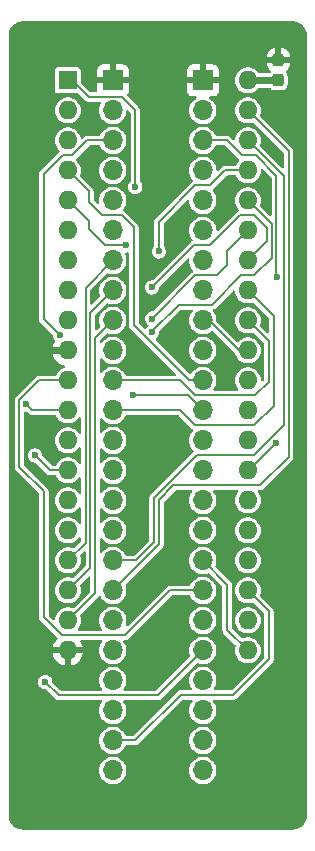
<source format=gbr>
G04 #@! TF.GenerationSoftware,KiCad,Pcbnew,8.0.4+dfsg-1*
G04 #@! TF.CreationDate,2025-02-23T17:08:30+09:00*
G04 #@! TF.ProjectId,bionic-tmp90c802,62696f6e-6963-42d7-946d-703930633830,7*
G04 #@! TF.SameCoordinates,Original*
G04 #@! TF.FileFunction,Copper,L2,Bot*
G04 #@! TF.FilePolarity,Positive*
%FSLAX46Y46*%
G04 Gerber Fmt 4.6, Leading zero omitted, Abs format (unit mm)*
G04 Created by KiCad (PCBNEW 8.0.4+dfsg-1) date 2025-02-23 17:08:30*
%MOMM*%
%LPD*%
G01*
G04 APERTURE LIST*
G04 Aperture macros list*
%AMRoundRect*
0 Rectangle with rounded corners*
0 $1 Rounding radius*
0 $2 $3 $4 $5 $6 $7 $8 $9 X,Y pos of 4 corners*
0 Add a 4 corners polygon primitive as box body*
4,1,4,$2,$3,$4,$5,$6,$7,$8,$9,$2,$3,0*
0 Add four circle primitives for the rounded corners*
1,1,$1+$1,$2,$3*
1,1,$1+$1,$4,$5*
1,1,$1+$1,$6,$7*
1,1,$1+$1,$8,$9*
0 Add four rect primitives between the rounded corners*
20,1,$1+$1,$2,$3,$4,$5,0*
20,1,$1+$1,$4,$5,$6,$7,0*
20,1,$1+$1,$6,$7,$8,$9,0*
20,1,$1+$1,$8,$9,$2,$3,0*%
G04 Aperture macros list end*
G04 #@! TA.AperFunction,ComponentPad*
%ADD10R,1.600000X1.600000*%
G04 #@! TD*
G04 #@! TA.AperFunction,ComponentPad*
%ADD11O,1.600000X1.600000*%
G04 #@! TD*
G04 #@! TA.AperFunction,ComponentPad*
%ADD12O,1.700000X1.700000*%
G04 #@! TD*
G04 #@! TA.AperFunction,ComponentPad*
%ADD13R,1.700000X1.700000*%
G04 #@! TD*
G04 #@! TA.AperFunction,SMDPad,CuDef*
%ADD14RoundRect,0.237500X0.237500X-0.300000X0.237500X0.300000X-0.237500X0.300000X-0.237500X-0.300000X0*%
G04 #@! TD*
G04 #@! TA.AperFunction,ViaPad*
%ADD15C,0.600000*%
G04 #@! TD*
G04 #@! TA.AperFunction,Conductor*
%ADD16C,0.200000*%
G04 #@! TD*
G04 #@! TA.AperFunction,Conductor*
%ADD17C,0.800000*%
G04 #@! TD*
G04 #@! TA.AperFunction,Conductor*
%ADD18C,0.600000*%
G04 #@! TD*
G04 APERTURE END LIST*
D10*
X106080000Y-75080000D03*
D11*
X106080000Y-77620000D03*
X106080000Y-80160000D03*
X106080000Y-82700000D03*
X106080000Y-85240000D03*
X106080000Y-87780000D03*
X106080000Y-90320000D03*
X106080000Y-92860000D03*
X106080000Y-95400000D03*
X106080000Y-97940000D03*
X106080000Y-100480000D03*
X106080000Y-103020000D03*
X106080000Y-105560000D03*
X106080000Y-108100000D03*
X106080000Y-110640000D03*
X106080000Y-113180000D03*
X106080000Y-115720000D03*
X106080000Y-118260000D03*
X106080000Y-120800000D03*
X106080000Y-123340000D03*
X121320000Y-123340000D03*
X121320000Y-120800000D03*
X121320000Y-118260000D03*
X121320000Y-115720000D03*
X121320000Y-113180000D03*
X121320000Y-110640000D03*
X121320000Y-108100000D03*
X121320000Y-105560000D03*
X121320000Y-103020000D03*
X121320000Y-100480000D03*
X121320000Y-97940000D03*
X121320000Y-95400000D03*
X121320000Y-92860000D03*
X121320000Y-90320000D03*
X121320000Y-87780000D03*
X121320000Y-85240000D03*
X121320000Y-82700000D03*
X121320000Y-80160000D03*
X121320000Y-77620000D03*
X121320000Y-75080000D03*
D12*
X117510000Y-133500000D03*
X117510000Y-130960000D03*
X117510000Y-128420000D03*
X117510000Y-125880000D03*
X117510000Y-123340000D03*
X117510000Y-120800000D03*
X117510000Y-118260000D03*
X117510000Y-115720000D03*
X117510000Y-113180000D03*
X117510000Y-110640000D03*
X117510000Y-108100000D03*
X117510000Y-105560000D03*
X117510000Y-103020000D03*
X117510000Y-100480000D03*
X117510000Y-97940000D03*
X117510000Y-95400000D03*
X117510000Y-92860000D03*
X117510000Y-90320000D03*
X117510000Y-87780000D03*
X117510000Y-85240000D03*
X117510000Y-82700000D03*
X117510000Y-80160000D03*
X117510000Y-77620000D03*
D13*
X117510000Y-75080000D03*
X109890000Y-75080000D03*
D12*
X109890000Y-77620000D03*
X109890000Y-80160000D03*
X109890000Y-82700000D03*
X109890000Y-85240000D03*
X109890000Y-87780000D03*
X109890000Y-90320000D03*
X109890000Y-92860000D03*
X109890000Y-95400000D03*
X109890000Y-97940000D03*
X109890000Y-100480000D03*
X109890000Y-103020000D03*
X109890000Y-105560000D03*
X109890000Y-108100000D03*
X109890000Y-110640000D03*
X109890000Y-113180000D03*
X109890000Y-115720000D03*
X109890000Y-118260000D03*
X109890000Y-120800000D03*
X109890000Y-123340000D03*
X109890000Y-125880000D03*
X109890000Y-128420000D03*
X109890000Y-130960000D03*
X109890000Y-133500000D03*
D14*
X123910800Y-75078900D03*
X123910800Y-73353900D03*
D15*
X122844000Y-76604000D03*
X119542000Y-100353000D03*
X106181600Y-128775600D03*
X115427200Y-115872400D03*
X123352000Y-114323000D03*
X112226800Y-113129200D03*
X110906000Y-99210000D03*
X104937000Y-116990000D03*
X118780000Y-86510000D03*
X121269200Y-73200400D03*
X111287000Y-104163000D03*
X113192000Y-85494000D03*
X122590000Y-128420000D03*
X113700000Y-125880000D03*
X112557000Y-122959000D03*
X113700000Y-132230000D03*
X123698000Y-105814000D03*
X123768000Y-91717000D03*
X113227000Y-96416000D03*
X113786000Y-89558000D03*
X103321000Y-106830000D03*
X105419600Y-96670000D03*
X102578000Y-102512000D03*
X111795000Y-84097000D03*
X113227000Y-95247600D03*
X113192000Y-92606000D03*
X104175000Y-126007000D03*
X111033000Y-89050000D03*
X111627000Y-101750000D03*
D16*
X111795000Y-84097000D02*
X111795000Y-77620000D01*
X111795000Y-77620000D02*
X110645000Y-76470000D01*
X110645000Y-76470000D02*
X107851000Y-76470000D01*
X107851000Y-76470000D02*
X106461000Y-75080000D01*
X106461000Y-75080000D02*
X106080000Y-75080000D01*
X123768000Y-91717000D02*
X123733000Y-91682000D01*
X123733000Y-91682000D02*
X123733000Y-83138686D01*
X123733000Y-83138686D02*
X122024314Y-81430000D01*
X122024314Y-81430000D02*
X120812000Y-81430000D01*
X120812000Y-81430000D02*
X119542000Y-80160000D01*
X119542000Y-80160000D02*
X117510000Y-80160000D01*
X113786000Y-89558000D02*
X113786000Y-87059000D01*
X113786000Y-87059000D02*
X116875000Y-83970000D01*
X116875000Y-83970000D02*
X118145000Y-83970000D01*
X118145000Y-83970000D02*
X119415000Y-82700000D01*
X119415000Y-82700000D02*
X121320000Y-82700000D01*
X109890000Y-130960000D02*
X111795000Y-130960000D01*
X120086400Y-127113600D02*
X123098000Y-124102000D01*
X111795000Y-130960000D02*
X115641400Y-127113600D01*
X115641400Y-127113600D02*
X120086400Y-127113600D01*
X123098000Y-124102000D02*
X123098000Y-120038000D01*
X123098000Y-120038000D02*
X121320000Y-118260000D01*
D17*
X121321100Y-75078900D02*
X121320000Y-75080000D01*
D18*
X123910800Y-75078900D02*
X121321100Y-75078900D01*
X106080000Y-97940000D02*
X104352800Y-97940000D01*
D16*
X120558000Y-97940000D02*
X121320000Y-97940000D01*
X118018000Y-95400000D02*
X120558000Y-97940000D01*
X117510000Y-95400000D02*
X118018000Y-95400000D01*
X104048000Y-120546000D02*
X105572000Y-122070000D01*
X110906000Y-122070000D02*
X114716000Y-118260000D01*
X114716000Y-118260000D02*
X117510000Y-118260000D01*
X103667000Y-100480000D02*
X101978000Y-102169000D01*
X106080000Y-100480000D02*
X103667000Y-100480000D01*
X101978000Y-107808000D02*
X104048000Y-109878000D01*
X104048000Y-109878000D02*
X104048000Y-120546000D01*
X101978000Y-102169000D02*
X101978000Y-107808000D01*
X105572000Y-122070000D02*
X110906000Y-122070000D01*
X117510000Y-115720000D02*
X119567400Y-117777400D01*
X119567400Y-121587400D02*
X121320000Y-123340000D01*
X119567400Y-117777400D02*
X119567400Y-121587400D01*
X123698000Y-105814000D02*
X123675146Y-105814000D01*
X121389146Y-108100000D02*
X121320000Y-108100000D01*
X123675146Y-105814000D02*
X121389146Y-108100000D01*
X113227000Y-96330200D02*
X115478000Y-94079200D01*
X123333000Y-90135800D02*
X123333000Y-87253000D01*
X115478000Y-94079200D02*
X118272000Y-94079200D01*
X118272000Y-94079200D02*
X120761200Y-91590000D01*
X123333000Y-87253000D02*
X121320000Y-85240000D01*
X113227000Y-96416000D02*
X113227000Y-96330200D01*
X120761200Y-91590000D02*
X121878800Y-91590000D01*
X121878800Y-91590000D02*
X123333000Y-90135800D01*
X108385000Y-96905000D02*
X109890000Y-95400000D01*
X106080000Y-120800000D02*
X108385000Y-118495000D01*
X108385000Y-118495000D02*
X108385000Y-96905000D01*
X113395200Y-114189114D02*
X111864314Y-115720000D01*
X121810617Y-106830000D02*
X117002000Y-106830000D01*
X124368000Y-104272617D02*
X121810617Y-106830000D01*
X117002000Y-106830000D02*
X113395200Y-110436800D01*
X124368000Y-83208000D02*
X124368000Y-104272617D01*
X121320000Y-80160000D02*
X124368000Y-83208000D01*
X111864314Y-115720000D02*
X109890000Y-115720000D01*
X113395200Y-110436800D02*
X113395200Y-114189114D01*
X107985000Y-94765000D02*
X109890000Y-92860000D01*
X106080000Y-118260000D02*
X107985000Y-116355000D01*
X107985000Y-116355000D02*
X107985000Y-94765000D01*
X107585000Y-114215000D02*
X107585000Y-92625000D01*
X107585000Y-92625000D02*
X109890000Y-90320000D01*
X106080000Y-115720000D02*
X107585000Y-114215000D01*
X103321000Y-106830000D02*
X104591000Y-108100000D01*
X104591000Y-108100000D02*
X106080000Y-108100000D01*
X104048000Y-95298400D02*
X104048000Y-83024100D01*
X107731000Y-80160000D02*
X109890000Y-80160000D01*
X105419600Y-96670000D02*
X104048000Y-95298400D01*
X106461000Y-81430000D02*
X107731000Y-80160000D01*
X105642100Y-81430000D02*
X106461000Y-81430000D01*
X104048000Y-83024100D02*
X105642100Y-81430000D01*
X103086000Y-103020000D02*
X106080000Y-103020000D01*
X102578000Y-102512000D02*
X103086000Y-103020000D01*
X116884600Y-91590000D02*
X118678400Y-91590000D01*
X119542000Y-90726400D02*
X119542000Y-89558000D01*
X113227000Y-95247600D02*
X116884600Y-91590000D01*
X118678400Y-91590000D02*
X119542000Y-90726400D01*
X119542000Y-89558000D02*
X121320000Y-87780000D01*
X118145000Y-89050000D02*
X116748000Y-89050000D01*
X121828000Y-86510000D02*
X120685000Y-86510000D01*
X120685000Y-86510000D02*
X118145000Y-89050000D01*
X122933000Y-87615000D02*
X121828000Y-86510000D01*
X122933000Y-88707000D02*
X122933000Y-87615000D01*
X116748000Y-89050000D02*
X113192000Y-92606000D01*
X121320000Y-90320000D02*
X122933000Y-88707000D01*
X115605000Y-103020000D02*
X109890000Y-103020000D01*
X121828000Y-104290000D02*
X116875000Y-104290000D01*
X116875000Y-104290000D02*
X115605000Y-103020000D01*
X123498000Y-102620000D02*
X121828000Y-104290000D01*
X121320000Y-92860000D02*
X123498000Y-95038000D01*
X123498000Y-95038000D02*
X123498000Y-102620000D01*
X116875000Y-101750000D02*
X115605000Y-100480000D01*
X123098000Y-100597635D02*
X121945635Y-101750000D01*
X123098000Y-97178000D02*
X123098000Y-100597635D01*
X121320000Y-95400000D02*
X123098000Y-97178000D01*
X121945635Y-101750000D02*
X116875000Y-101750000D01*
X115605000Y-100480000D02*
X109890000Y-100480000D01*
X113700000Y-127150000D02*
X117510000Y-123340000D01*
X105318000Y-127150000D02*
X113700000Y-127150000D01*
X104175000Y-126007000D02*
X105318000Y-127150000D01*
X124768000Y-106938000D02*
X122336000Y-109370000D01*
X121320000Y-77620000D02*
X124768000Y-81068000D01*
X122336000Y-109370000D02*
X115027686Y-109370000D01*
X113801600Y-114348400D02*
X109890000Y-118260000D01*
X115027686Y-109370000D02*
X113801600Y-110596086D01*
X113801600Y-110596086D02*
X113801600Y-114348400D01*
X124768000Y-81068000D02*
X124768000Y-106938000D01*
X111668000Y-87526000D02*
X111668000Y-95781000D01*
X109001000Y-86510000D02*
X110652000Y-86510000D01*
X116367000Y-100480000D02*
X117510000Y-100480000D01*
X111668000Y-95781000D02*
X116367000Y-100480000D01*
X107858000Y-84478000D02*
X107858000Y-85367000D01*
X110652000Y-86510000D02*
X111668000Y-87526000D01*
X107858000Y-85367000D02*
X109001000Y-86510000D01*
X106080000Y-82700000D02*
X107858000Y-84478000D01*
X109255000Y-89050000D02*
X107858000Y-87653000D01*
X116240000Y-101750000D02*
X117510000Y-103020000D01*
X111033000Y-89050000D02*
X109255000Y-89050000D01*
X107858000Y-87653000D02*
X107858000Y-87018000D01*
X111627000Y-101750000D02*
X116240000Y-101750000D01*
X107858000Y-87018000D02*
X106080000Y-85240000D01*
G04 #@! TA.AperFunction,Conductor*
G36*
X102578000Y-103117682D02*
G01*
X102584433Y-103118529D01*
X102584205Y-103120256D01*
X102634472Y-103136589D01*
X102646285Y-103146678D01*
X102765520Y-103265913D01*
X102765519Y-103265913D01*
X102840087Y-103340480D01*
X102931413Y-103393207D01*
X103033273Y-103420500D01*
X103138726Y-103420500D01*
X104988742Y-103420500D01*
X105046933Y-103439407D01*
X105077362Y-103475371D01*
X105140327Y-103601821D01*
X105263236Y-103764579D01*
X105413959Y-103901981D01*
X105587363Y-104009348D01*
X105777544Y-104083024D01*
X105978024Y-104120500D01*
X106181976Y-104120500D01*
X106382456Y-104083024D01*
X106572637Y-104009348D01*
X106746041Y-103901981D01*
X106896764Y-103764579D01*
X107006497Y-103619267D01*
X107056652Y-103584226D01*
X107117827Y-103585357D01*
X107166654Y-103622229D01*
X107184500Y-103678930D01*
X107184500Y-104901069D01*
X107165593Y-104959260D01*
X107116093Y-104995224D01*
X107054907Y-104995224D01*
X107006497Y-104960730D01*
X106900292Y-104820093D01*
X106896764Y-104815421D01*
X106746041Y-104678019D01*
X106572637Y-104570652D01*
X106382456Y-104496976D01*
X106382455Y-104496975D01*
X106382453Y-104496975D01*
X106181976Y-104459500D01*
X105978024Y-104459500D01*
X105777546Y-104496975D01*
X105707632Y-104524059D01*
X105587363Y-104570652D01*
X105413959Y-104678019D01*
X105263236Y-104815421D01*
X105261212Y-104818101D01*
X105140328Y-104978177D01*
X105140323Y-104978186D01*
X105058450Y-105142611D01*
X105049418Y-105160750D01*
X104993603Y-105356917D01*
X104974785Y-105560000D01*
X104993603Y-105763083D01*
X105049418Y-105959250D01*
X105140327Y-106141821D01*
X105263236Y-106304579D01*
X105413959Y-106441981D01*
X105587363Y-106549348D01*
X105777544Y-106623024D01*
X105978024Y-106660500D01*
X106181976Y-106660500D01*
X106382456Y-106623024D01*
X106572637Y-106549348D01*
X106746041Y-106441981D01*
X106896764Y-106304579D01*
X107006497Y-106159267D01*
X107056652Y-106124226D01*
X107117827Y-106125357D01*
X107166654Y-106162229D01*
X107184500Y-106218930D01*
X107184500Y-107441069D01*
X107165593Y-107499260D01*
X107116093Y-107535224D01*
X107054907Y-107535224D01*
X107006497Y-107500730D01*
X106900292Y-107360093D01*
X106896764Y-107355421D01*
X106746041Y-107218019D01*
X106572637Y-107110652D01*
X106382456Y-107036976D01*
X106382455Y-107036975D01*
X106382453Y-107036975D01*
X106181976Y-106999500D01*
X105978024Y-106999500D01*
X105777546Y-107036975D01*
X105707632Y-107064059D01*
X105587363Y-107110652D01*
X105413959Y-107218019D01*
X105263236Y-107355421D01*
X105261212Y-107358101D01*
X105140328Y-107518177D01*
X105140323Y-107518186D01*
X105077363Y-107644628D01*
X105034500Y-107688291D01*
X104988742Y-107699500D01*
X104797901Y-107699500D01*
X104739710Y-107680593D01*
X104727897Y-107670504D01*
X103955678Y-106898285D01*
X103927901Y-106843768D01*
X103927018Y-106832554D01*
X103926682Y-106829999D01*
X103906044Y-106673238D01*
X103845537Y-106527161D01*
X103845537Y-106527160D01*
X103770600Y-106429500D01*
X103749282Y-106401718D01*
X103749277Y-106401714D01*
X103749276Y-106401713D01*
X103666781Y-106338413D01*
X103623841Y-106305464D01*
X103623840Y-106305463D01*
X103623838Y-106305462D01*
X103477766Y-106244957D01*
X103477758Y-106244955D01*
X103321001Y-106224318D01*
X103320999Y-106224318D01*
X103164241Y-106244955D01*
X103164233Y-106244957D01*
X103018161Y-106305462D01*
X103018160Y-106305462D01*
X102892723Y-106401713D01*
X102892719Y-106401716D01*
X102892718Y-106401718D01*
X102892716Y-106401721D01*
X102796462Y-106527160D01*
X102796462Y-106527161D01*
X102735957Y-106673233D01*
X102735955Y-106673241D01*
X102715318Y-106829999D01*
X102715318Y-106830000D01*
X102735955Y-106986758D01*
X102735957Y-106986766D01*
X102796462Y-107132838D01*
X102796462Y-107132839D01*
X102861823Y-107218019D01*
X102892718Y-107258282D01*
X103018159Y-107354536D01*
X103018160Y-107354536D01*
X103018161Y-107354537D01*
X103101751Y-107389161D01*
X103164238Y-107415044D01*
X103321000Y-107435682D01*
X103327433Y-107436529D01*
X103327205Y-107438256D01*
X103377472Y-107454589D01*
X103389285Y-107464678D01*
X104345087Y-108420480D01*
X104345089Y-108420481D01*
X104345090Y-108420482D01*
X104345091Y-108420483D01*
X104436408Y-108473205D01*
X104436406Y-108473205D01*
X104436410Y-108473206D01*
X104436412Y-108473207D01*
X104538273Y-108500500D01*
X104988742Y-108500500D01*
X105046933Y-108519407D01*
X105077362Y-108555371D01*
X105140327Y-108681821D01*
X105263236Y-108844579D01*
X105413959Y-108981981D01*
X105587363Y-109089348D01*
X105777544Y-109163024D01*
X105978024Y-109200500D01*
X106181976Y-109200500D01*
X106382456Y-109163024D01*
X106572637Y-109089348D01*
X106746041Y-108981981D01*
X106896764Y-108844579D01*
X107006497Y-108699267D01*
X107056652Y-108664226D01*
X107117827Y-108665357D01*
X107166654Y-108702229D01*
X107184500Y-108758930D01*
X107184500Y-109981069D01*
X107165593Y-110039260D01*
X107116093Y-110075224D01*
X107054907Y-110075224D01*
X107006497Y-110040730D01*
X106900292Y-109900093D01*
X106896764Y-109895421D01*
X106746041Y-109758019D01*
X106572637Y-109650652D01*
X106382456Y-109576976D01*
X106382455Y-109576975D01*
X106382453Y-109576975D01*
X106181976Y-109539500D01*
X105978024Y-109539500D01*
X105777546Y-109576975D01*
X105707632Y-109604059D01*
X105587363Y-109650652D01*
X105413959Y-109758019D01*
X105263236Y-109895421D01*
X105261212Y-109898101D01*
X105140328Y-110058177D01*
X105140323Y-110058186D01*
X105058450Y-110222611D01*
X105049418Y-110240750D01*
X104993603Y-110436917D01*
X104974785Y-110640000D01*
X104993603Y-110843083D01*
X105049418Y-111039250D01*
X105140327Y-111221821D01*
X105263236Y-111384579D01*
X105413959Y-111521981D01*
X105587363Y-111629348D01*
X105777544Y-111703024D01*
X105978024Y-111740500D01*
X106181976Y-111740500D01*
X106382456Y-111703024D01*
X106572637Y-111629348D01*
X106746041Y-111521981D01*
X106896764Y-111384579D01*
X107006497Y-111239267D01*
X107056652Y-111204226D01*
X107117827Y-111205357D01*
X107166654Y-111242229D01*
X107184500Y-111298930D01*
X107184500Y-112521069D01*
X107165593Y-112579260D01*
X107116093Y-112615224D01*
X107054907Y-112615224D01*
X107006497Y-112580730D01*
X106937674Y-112489595D01*
X106896764Y-112435421D01*
X106746041Y-112298019D01*
X106572637Y-112190652D01*
X106382456Y-112116976D01*
X106382455Y-112116975D01*
X106382453Y-112116975D01*
X106181976Y-112079500D01*
X105978024Y-112079500D01*
X105777546Y-112116975D01*
X105707632Y-112144059D01*
X105587363Y-112190652D01*
X105413959Y-112298019D01*
X105263236Y-112435421D01*
X105261212Y-112438101D01*
X105140328Y-112598177D01*
X105140323Y-112598186D01*
X105058450Y-112762611D01*
X105049418Y-112780750D01*
X104993603Y-112976917D01*
X104974785Y-113180000D01*
X104993603Y-113383083D01*
X105049418Y-113579250D01*
X105140327Y-113761821D01*
X105263236Y-113924579D01*
X105413959Y-114061981D01*
X105587363Y-114169348D01*
X105777544Y-114243024D01*
X105978024Y-114280500D01*
X106181976Y-114280500D01*
X106382456Y-114243024D01*
X106572637Y-114169348D01*
X106746041Y-114061981D01*
X106896764Y-113924579D01*
X107006497Y-113779267D01*
X107056652Y-113744226D01*
X107117827Y-113745357D01*
X107166654Y-113782229D01*
X107184500Y-113838930D01*
X107184500Y-114008098D01*
X107165593Y-114066289D01*
X107155504Y-114078102D01*
X106568025Y-114665580D01*
X106513508Y-114693357D01*
X106462259Y-114687891D01*
X106382460Y-114656977D01*
X106382447Y-114656974D01*
X106181976Y-114619500D01*
X105978024Y-114619500D01*
X105777546Y-114656975D01*
X105777541Y-114656977D01*
X105587363Y-114730652D01*
X105478676Y-114797948D01*
X105413959Y-114838019D01*
X105263237Y-114975420D01*
X105140328Y-115138177D01*
X105140323Y-115138186D01*
X105058450Y-115302611D01*
X105049418Y-115320750D01*
X104993603Y-115516917D01*
X104974785Y-115720000D01*
X104993603Y-115923083D01*
X105049418Y-116119250D01*
X105140327Y-116301821D01*
X105263236Y-116464579D01*
X105413959Y-116601981D01*
X105587363Y-116709348D01*
X105777544Y-116783024D01*
X105978024Y-116820500D01*
X106181976Y-116820500D01*
X106382456Y-116783024D01*
X106572637Y-116709348D01*
X106746041Y-116601981D01*
X106896764Y-116464579D01*
X107019673Y-116301821D01*
X107110582Y-116119250D01*
X107166397Y-115923083D01*
X107185215Y-115720000D01*
X107166397Y-115516917D01*
X107112118Y-115326148D01*
X107114379Y-115265010D01*
X107137336Y-115229056D01*
X107415497Y-114950896D01*
X107470013Y-114923119D01*
X107530445Y-114932690D01*
X107573710Y-114975955D01*
X107584500Y-115020900D01*
X107584500Y-116148098D01*
X107565593Y-116206289D01*
X107555504Y-116218102D01*
X106568025Y-117205580D01*
X106513508Y-117233357D01*
X106462259Y-117227891D01*
X106382460Y-117196977D01*
X106382447Y-117196974D01*
X106181976Y-117159500D01*
X105978024Y-117159500D01*
X105777546Y-117196975D01*
X105777541Y-117196977D01*
X105587363Y-117270652D01*
X105478676Y-117337948D01*
X105413959Y-117378019D01*
X105263237Y-117515420D01*
X105140328Y-117678177D01*
X105140323Y-117678186D01*
X105050040Y-117859500D01*
X105049418Y-117860750D01*
X104993603Y-118056917D01*
X104974785Y-118260000D01*
X104993603Y-118463083D01*
X105049418Y-118659250D01*
X105140327Y-118841821D01*
X105263236Y-119004579D01*
X105413959Y-119141981D01*
X105587363Y-119249348D01*
X105777544Y-119323024D01*
X105978024Y-119360500D01*
X106181976Y-119360500D01*
X106382456Y-119323024D01*
X106572637Y-119249348D01*
X106746041Y-119141981D01*
X106896764Y-119004579D01*
X107019673Y-118841821D01*
X107110582Y-118659250D01*
X107166397Y-118463083D01*
X107185215Y-118260000D01*
X107166397Y-118056917D01*
X107112118Y-117866148D01*
X107114379Y-117805010D01*
X107137333Y-117769058D01*
X107815497Y-117090895D01*
X107870013Y-117063119D01*
X107930445Y-117072690D01*
X107973710Y-117115955D01*
X107984500Y-117160900D01*
X107984500Y-118288098D01*
X107965593Y-118346289D01*
X107955504Y-118358102D01*
X106568025Y-119745580D01*
X106513508Y-119773357D01*
X106462259Y-119767891D01*
X106382460Y-119736977D01*
X106382447Y-119736974D01*
X106181976Y-119699500D01*
X105978024Y-119699500D01*
X105777546Y-119736975D01*
X105777541Y-119736977D01*
X105587363Y-119810652D01*
X105413959Y-119918019D01*
X105263236Y-120055421D01*
X105230543Y-120098714D01*
X105140328Y-120218177D01*
X105140323Y-120218186D01*
X105049419Y-120400747D01*
X104993603Y-120596917D01*
X104985221Y-120687377D01*
X104961025Y-120743575D01*
X104908417Y-120774818D01*
X104847493Y-120769172D01*
X104816639Y-120748246D01*
X104477496Y-120409103D01*
X104449719Y-120354586D01*
X104448500Y-120339099D01*
X104448500Y-109825274D01*
X104448500Y-109825273D01*
X104421207Y-109723413D01*
X104421207Y-109723412D01*
X104421207Y-109723411D01*
X104368483Y-109632091D01*
X104368482Y-109632090D01*
X104368481Y-109632089D01*
X104368480Y-109632087D01*
X102407496Y-107671103D01*
X102379719Y-107616586D01*
X102378500Y-107601099D01*
X102378500Y-103204305D01*
X102397407Y-103146114D01*
X102446907Y-103110150D01*
X102490421Y-103106152D01*
X102578000Y-103117682D01*
G37*
G04 #@! TD.AperFunction*
G04 #@! TA.AperFunction,Conductor*
G36*
X115456290Y-103439407D02*
G01*
X115468103Y-103449496D01*
X116629087Y-104610480D01*
X116629089Y-104610481D01*
X116643316Y-104618695D01*
X116684257Y-104664164D01*
X116690654Y-104725014D01*
X116660521Y-104777587D01*
X116656130Y-104781590D01*
X116656128Y-104781592D01*
X116527640Y-104951736D01*
X116527630Y-104951752D01*
X116432596Y-105142608D01*
X116374244Y-105347688D01*
X116374244Y-105347690D01*
X116354571Y-105560000D01*
X116374244Y-105772310D01*
X116432595Y-105977389D01*
X116527634Y-106168255D01*
X116656128Y-106338407D01*
X116709652Y-106387201D01*
X116721308Y-106397827D01*
X116751573Y-106451003D01*
X116744802Y-106511812D01*
X116724615Y-106540992D01*
X113074716Y-110190891D01*
X113021993Y-110282211D01*
X113021992Y-110282211D01*
X113021993Y-110282212D01*
X112994700Y-110384073D01*
X112994700Y-113982213D01*
X112975793Y-114040404D01*
X112965704Y-114052217D01*
X111727417Y-115290504D01*
X111672900Y-115318281D01*
X111657413Y-115319500D01*
X111037113Y-115319500D01*
X110978922Y-115300593D01*
X110948492Y-115264628D01*
X110872369Y-115111752D01*
X110872366Y-115111745D01*
X110743872Y-114941593D01*
X110689623Y-114892139D01*
X110586307Y-114797952D01*
X110586300Y-114797946D01*
X110405024Y-114685705D01*
X110405019Y-114685702D01*
X110353078Y-114665580D01*
X110206198Y-114608679D01*
X110206197Y-114608678D01*
X110206195Y-114608678D01*
X109996610Y-114569500D01*
X109783390Y-114569500D01*
X109573804Y-114608678D01*
X109374980Y-114685702D01*
X109374975Y-114685705D01*
X109193699Y-114797946D01*
X109193692Y-114797952D01*
X109036135Y-114941586D01*
X109036119Y-114941603D01*
X108963503Y-115037762D01*
X108913347Y-115072805D01*
X108852172Y-115071674D01*
X108803345Y-115034801D01*
X108785500Y-114978101D01*
X108785500Y-113921898D01*
X108804407Y-113863707D01*
X108853907Y-113827743D01*
X108915093Y-113827743D01*
X108963502Y-113862235D01*
X109036128Y-113958407D01*
X109036135Y-113958413D01*
X109193692Y-114102047D01*
X109193699Y-114102053D01*
X109297389Y-114166255D01*
X109374981Y-114214298D01*
X109573802Y-114291321D01*
X109783390Y-114330500D01*
X109996610Y-114330500D01*
X110206198Y-114291321D01*
X110405019Y-114214298D01*
X110586302Y-114102052D01*
X110743872Y-113958407D01*
X110872366Y-113788255D01*
X110967405Y-113597389D01*
X111025756Y-113392310D01*
X111045429Y-113180000D01*
X111025756Y-112967690D01*
X110967405Y-112762611D01*
X110872366Y-112571745D01*
X110743872Y-112401593D01*
X110689623Y-112352139D01*
X110586307Y-112257952D01*
X110586300Y-112257946D01*
X110405024Y-112145705D01*
X110405019Y-112145702D01*
X110206195Y-112068678D01*
X109996610Y-112029500D01*
X109783390Y-112029500D01*
X109573804Y-112068678D01*
X109374980Y-112145702D01*
X109374975Y-112145705D01*
X109193699Y-112257946D01*
X109193692Y-112257952D01*
X109036135Y-112401586D01*
X109036119Y-112401603D01*
X108963503Y-112497762D01*
X108913347Y-112532805D01*
X108852172Y-112531674D01*
X108803345Y-112494801D01*
X108785500Y-112438101D01*
X108785500Y-111381898D01*
X108804407Y-111323707D01*
X108853907Y-111287743D01*
X108915093Y-111287743D01*
X108963502Y-111322235D01*
X109036128Y-111418407D01*
X109036135Y-111418413D01*
X109193692Y-111562047D01*
X109193699Y-111562053D01*
X109297389Y-111626255D01*
X109374981Y-111674298D01*
X109573802Y-111751321D01*
X109783390Y-111790500D01*
X109996610Y-111790500D01*
X110206198Y-111751321D01*
X110405019Y-111674298D01*
X110586302Y-111562052D01*
X110743872Y-111418407D01*
X110872366Y-111248255D01*
X110967405Y-111057389D01*
X111025756Y-110852310D01*
X111045429Y-110640000D01*
X111025756Y-110427690D01*
X110967405Y-110222611D01*
X110872366Y-110031745D01*
X110743872Y-109861593D01*
X110645286Y-109771719D01*
X110586307Y-109717952D01*
X110586300Y-109717946D01*
X110405024Y-109605705D01*
X110405019Y-109605702D01*
X110206195Y-109528678D01*
X109996610Y-109489500D01*
X109783390Y-109489500D01*
X109573804Y-109528678D01*
X109374980Y-109605702D01*
X109374975Y-109605705D01*
X109193699Y-109717946D01*
X109193692Y-109717952D01*
X109036135Y-109861586D01*
X109036119Y-109861603D01*
X108963503Y-109957762D01*
X108913347Y-109992805D01*
X108852172Y-109991674D01*
X108803345Y-109954801D01*
X108785500Y-109898101D01*
X108785500Y-108841898D01*
X108804407Y-108783707D01*
X108853907Y-108747743D01*
X108915093Y-108747743D01*
X108963502Y-108782235D01*
X109036128Y-108878407D01*
X109036135Y-108878413D01*
X109193692Y-109022047D01*
X109193699Y-109022053D01*
X109297389Y-109086255D01*
X109374981Y-109134298D01*
X109573802Y-109211321D01*
X109783390Y-109250500D01*
X109996610Y-109250500D01*
X110206198Y-109211321D01*
X110405019Y-109134298D01*
X110586302Y-109022052D01*
X110743872Y-108878407D01*
X110872366Y-108708255D01*
X110967405Y-108517389D01*
X111025756Y-108312310D01*
X111045429Y-108100000D01*
X111025756Y-107887690D01*
X110967405Y-107682611D01*
X110872366Y-107491745D01*
X110743872Y-107321593D01*
X110649902Y-107235927D01*
X110586307Y-107177952D01*
X110586300Y-107177946D01*
X110405024Y-107065705D01*
X110405019Y-107065702D01*
X110234130Y-106999500D01*
X110206198Y-106988679D01*
X110206197Y-106988678D01*
X110206195Y-106988678D01*
X109996610Y-106949500D01*
X109783390Y-106949500D01*
X109573804Y-106988678D01*
X109374980Y-107065702D01*
X109374975Y-107065705D01*
X109193699Y-107177946D01*
X109193692Y-107177952D01*
X109036135Y-107321586D01*
X109036119Y-107321603D01*
X108963503Y-107417762D01*
X108913347Y-107452805D01*
X108852172Y-107451674D01*
X108803345Y-107414801D01*
X108785500Y-107358101D01*
X108785500Y-106301898D01*
X108804407Y-106243707D01*
X108853907Y-106207743D01*
X108915093Y-106207743D01*
X108963502Y-106242235D01*
X109036128Y-106338407D01*
X109036135Y-106338413D01*
X109193692Y-106482047D01*
X109193699Y-106482053D01*
X109238060Y-106509520D01*
X109374981Y-106594298D01*
X109573802Y-106671321D01*
X109783390Y-106710500D01*
X109996610Y-106710500D01*
X110206198Y-106671321D01*
X110405019Y-106594298D01*
X110586302Y-106482052D01*
X110743872Y-106338407D01*
X110872366Y-106168255D01*
X110967405Y-105977389D01*
X111025756Y-105772310D01*
X111045429Y-105560000D01*
X111025756Y-105347690D01*
X110967405Y-105142611D01*
X110872366Y-104951745D01*
X110743872Y-104781593D01*
X110649902Y-104695927D01*
X110586307Y-104637952D01*
X110586300Y-104637946D01*
X110405024Y-104525705D01*
X110405019Y-104525702D01*
X110206195Y-104448678D01*
X109996610Y-104409500D01*
X109783390Y-104409500D01*
X109573804Y-104448678D01*
X109374980Y-104525702D01*
X109374975Y-104525705D01*
X109193699Y-104637946D01*
X109193692Y-104637952D01*
X109036135Y-104781586D01*
X109036119Y-104781603D01*
X108963503Y-104877762D01*
X108913347Y-104912805D01*
X108852172Y-104911674D01*
X108803345Y-104874801D01*
X108785500Y-104818101D01*
X108785500Y-103761898D01*
X108804407Y-103703707D01*
X108853907Y-103667743D01*
X108915093Y-103667743D01*
X108963502Y-103702235D01*
X109036128Y-103798407D01*
X109036135Y-103798413D01*
X109193692Y-103942047D01*
X109193699Y-103942053D01*
X109297389Y-104006255D01*
X109374981Y-104054298D01*
X109573802Y-104131321D01*
X109783390Y-104170500D01*
X109996610Y-104170500D01*
X110206198Y-104131321D01*
X110405019Y-104054298D01*
X110586302Y-103942052D01*
X110743872Y-103798407D01*
X110872366Y-103628255D01*
X110948492Y-103475372D01*
X110991354Y-103431710D01*
X111037113Y-103420500D01*
X115398099Y-103420500D01*
X115456290Y-103439407D01*
G37*
G04 #@! TD.AperFunction*
G04 #@! TA.AperFunction,Conductor*
G36*
X120167280Y-92847054D02*
G01*
X120210545Y-92890319D01*
X120220912Y-92926127D01*
X120233603Y-93063083D01*
X120289418Y-93259250D01*
X120380327Y-93441821D01*
X120503236Y-93604579D01*
X120653959Y-93741981D01*
X120827363Y-93849348D01*
X121017544Y-93923024D01*
X121218024Y-93960500D01*
X121421976Y-93960500D01*
X121622456Y-93923024D01*
X121702259Y-93892107D01*
X121763351Y-93888718D01*
X121808026Y-93914419D01*
X123068504Y-95174897D01*
X123096281Y-95229414D01*
X123097500Y-95244901D01*
X123097500Y-96372099D01*
X123078593Y-96430290D01*
X123029093Y-96466254D01*
X122967907Y-96466254D01*
X122928496Y-96442103D01*
X122377336Y-95890943D01*
X122349559Y-95836426D01*
X122352118Y-95793848D01*
X122406397Y-95603083D01*
X122425215Y-95400000D01*
X122406397Y-95196917D01*
X122350582Y-95000750D01*
X122259673Y-94818179D01*
X122136764Y-94655421D01*
X121986041Y-94518019D01*
X121812637Y-94410652D01*
X121622456Y-94336976D01*
X121622455Y-94336975D01*
X121622453Y-94336975D01*
X121421976Y-94299500D01*
X121218024Y-94299500D01*
X121017546Y-94336975D01*
X120947632Y-94364059D01*
X120827363Y-94410652D01*
X120653959Y-94518019D01*
X120503236Y-94655421D01*
X120497849Y-94662555D01*
X120380328Y-94818177D01*
X120380323Y-94818186D01*
X120289419Y-95000747D01*
X120289418Y-95000750D01*
X120233603Y-95196917D01*
X120214785Y-95400000D01*
X120233603Y-95603083D01*
X120289418Y-95799250D01*
X120380327Y-95981821D01*
X120503236Y-96144579D01*
X120653959Y-96281981D01*
X120827363Y-96389348D01*
X121017544Y-96463024D01*
X121218024Y-96500500D01*
X121421976Y-96500500D01*
X121622456Y-96463024D01*
X121702258Y-96432107D01*
X121763350Y-96428717D01*
X121808026Y-96454418D01*
X122668504Y-97314896D01*
X122696281Y-97369413D01*
X122697500Y-97384900D01*
X122697500Y-100390734D01*
X122678593Y-100448925D01*
X122668503Y-100460738D01*
X122593335Y-100535905D01*
X122538818Y-100563682D01*
X122478386Y-100554110D01*
X122435122Y-100510845D01*
X122424755Y-100475039D01*
X122406397Y-100276917D01*
X122350582Y-100080750D01*
X122259673Y-99898179D01*
X122136764Y-99735421D01*
X121986041Y-99598019D01*
X121812637Y-99490652D01*
X121622456Y-99416976D01*
X121622455Y-99416975D01*
X121622453Y-99416975D01*
X121421976Y-99379500D01*
X121218024Y-99379500D01*
X121017546Y-99416975D01*
X120947632Y-99444059D01*
X120827363Y-99490652D01*
X120653959Y-99598019D01*
X120503236Y-99735421D01*
X120501212Y-99738101D01*
X120380328Y-99898177D01*
X120380323Y-99898186D01*
X120290040Y-100079500D01*
X120289418Y-100080750D01*
X120233603Y-100276917D01*
X120214785Y-100480000D01*
X120233603Y-100683083D01*
X120289418Y-100879250D01*
X120380327Y-101061821D01*
X120477759Y-101190842D01*
X120497737Y-101248670D01*
X120479908Y-101307201D01*
X120431082Y-101344073D01*
X120398754Y-101349500D01*
X118493901Y-101349500D01*
X118435710Y-101330593D01*
X118399746Y-101281093D01*
X118399746Y-101219907D01*
X118414897Y-101190839D01*
X118422708Y-101180496D01*
X118492366Y-101088255D01*
X118587405Y-100897389D01*
X118645756Y-100692310D01*
X118665429Y-100480000D01*
X118645756Y-100267690D01*
X118587405Y-100062611D01*
X118492366Y-99871745D01*
X118363872Y-99701593D01*
X118309623Y-99652139D01*
X118206307Y-99557952D01*
X118206300Y-99557946D01*
X118025024Y-99445705D01*
X118025019Y-99445702D01*
X117932592Y-99409896D01*
X117826198Y-99368679D01*
X117826197Y-99368678D01*
X117826195Y-99368678D01*
X117616610Y-99329500D01*
X117403390Y-99329500D01*
X117193804Y-99368678D01*
X116994980Y-99445702D01*
X116994975Y-99445705D01*
X116813699Y-99557946D01*
X116813692Y-99557952D01*
X116656135Y-99701586D01*
X116656131Y-99701589D01*
X116656128Y-99701593D01*
X116656125Y-99701597D01*
X116527635Y-99871743D01*
X116527631Y-99871750D01*
X116521649Y-99883763D01*
X116478783Y-99927423D01*
X116418441Y-99937549D01*
X116363672Y-99910273D01*
X116363026Y-99909634D01*
X114393393Y-97940000D01*
X116354571Y-97940000D01*
X116374244Y-98152310D01*
X116432595Y-98357389D01*
X116527634Y-98548255D01*
X116656128Y-98718407D01*
X116656135Y-98718413D01*
X116813692Y-98862047D01*
X116813699Y-98862053D01*
X116895957Y-98912985D01*
X116994981Y-98974298D01*
X117193802Y-99051321D01*
X117403390Y-99090500D01*
X117616610Y-99090500D01*
X117826198Y-99051321D01*
X118025019Y-98974298D01*
X118206302Y-98862052D01*
X118363872Y-98718407D01*
X118492366Y-98548255D01*
X118587405Y-98357389D01*
X118645756Y-98152310D01*
X118665429Y-97940000D01*
X118645756Y-97727690D01*
X118587405Y-97522611D01*
X118492366Y-97331745D01*
X118363872Y-97161593D01*
X118253714Y-97061170D01*
X118206307Y-97017952D01*
X118206300Y-97017946D01*
X118025024Y-96905705D01*
X118025019Y-96905702D01*
X117950865Y-96876975D01*
X117826198Y-96828679D01*
X117826197Y-96828678D01*
X117826195Y-96828678D01*
X117616610Y-96789500D01*
X117403390Y-96789500D01*
X117193804Y-96828678D01*
X116994980Y-96905702D01*
X116994975Y-96905705D01*
X116813699Y-97017946D01*
X116813692Y-97017952D01*
X116656135Y-97161586D01*
X116656131Y-97161589D01*
X116656128Y-97161593D01*
X116656125Y-97161597D01*
X116527635Y-97331743D01*
X116527630Y-97331752D01*
X116432596Y-97522608D01*
X116374244Y-97727688D01*
X116374244Y-97727690D01*
X116354571Y-97940000D01*
X114393393Y-97940000D01*
X113532762Y-97079369D01*
X113504985Y-97024852D01*
X113514556Y-96964420D01*
X113542499Y-96930823D01*
X113655282Y-96844282D01*
X113751536Y-96718841D01*
X113812044Y-96572762D01*
X113832682Y-96416000D01*
X113824501Y-96353865D01*
X113835650Y-96293708D01*
X113852647Y-96270944D01*
X115614896Y-94508696D01*
X115669413Y-94480919D01*
X115684900Y-94479700D01*
X116564462Y-94479700D01*
X116622653Y-94498607D01*
X116658617Y-94548107D01*
X116658617Y-94609293D01*
X116643465Y-94638361D01*
X116527640Y-94791736D01*
X116527630Y-94791752D01*
X116432596Y-94982608D01*
X116374244Y-95187688D01*
X116370378Y-95229414D01*
X116354571Y-95400000D01*
X116374244Y-95612310D01*
X116428695Y-95803683D01*
X116432596Y-95817391D01*
X116491450Y-95935588D01*
X116527634Y-96008255D01*
X116656128Y-96178407D01*
X116656135Y-96178413D01*
X116813692Y-96322047D01*
X116813699Y-96322053D01*
X116865084Y-96353869D01*
X116994981Y-96434298D01*
X117193802Y-96511321D01*
X117403390Y-96550500D01*
X117616610Y-96550500D01*
X117826198Y-96511321D01*
X118025019Y-96434298D01*
X118206302Y-96322052D01*
X118223989Y-96305927D01*
X118279726Y-96280696D01*
X118339652Y-96293044D01*
X118360690Y-96309083D01*
X120230896Y-98179289D01*
X120256112Y-98222199D01*
X120281875Y-98312741D01*
X120289418Y-98339250D01*
X120380327Y-98521821D01*
X120503236Y-98684579D01*
X120653959Y-98821981D01*
X120827363Y-98929348D01*
X121017544Y-99003024D01*
X121218024Y-99040500D01*
X121421976Y-99040500D01*
X121622456Y-99003024D01*
X121812637Y-98929348D01*
X121986041Y-98821981D01*
X122136764Y-98684579D01*
X122259673Y-98521821D01*
X122350582Y-98339250D01*
X122406397Y-98143083D01*
X122425215Y-97940000D01*
X122406397Y-97736917D01*
X122350582Y-97540750D01*
X122259673Y-97358179D01*
X122136764Y-97195421D01*
X121986041Y-97058019D01*
X121812637Y-96950652D01*
X121622456Y-96876976D01*
X121622455Y-96876975D01*
X121622453Y-96876975D01*
X121421976Y-96839500D01*
X121218024Y-96839500D01*
X121017546Y-96876975D01*
X120947632Y-96904059D01*
X120827363Y-96950652D01*
X120718676Y-97017948D01*
X120653959Y-97058019D01*
X120508530Y-97190595D01*
X120452788Y-97215825D01*
X120392863Y-97203473D01*
X120371830Y-97187437D01*
X118691418Y-95507025D01*
X118663641Y-95452508D01*
X118662845Y-95427884D01*
X118665429Y-95400004D01*
X118665429Y-95400003D01*
X118651307Y-95247599D01*
X118645756Y-95187690D01*
X118587405Y-94982611D01*
X118492366Y-94791745D01*
X118363872Y-94621593D01*
X118363870Y-94621591D01*
X118361826Y-94619349D01*
X118361300Y-94618188D01*
X118361113Y-94617940D01*
X118361169Y-94617897D01*
X118336593Y-94563609D01*
X118348941Y-94503683D01*
X118394156Y-94462460D01*
X118409359Y-94457023D01*
X118426588Y-94452407D01*
X118517913Y-94399680D01*
X120052333Y-92865258D01*
X120106848Y-92837483D01*
X120167280Y-92847054D01*
G37*
G04 #@! TD.AperFunction*
G04 #@! TA.AperFunction,Conductor*
G36*
X111215738Y-89650694D02*
G01*
X111257856Y-89695076D01*
X111267500Y-89737697D01*
X111267500Y-95728273D01*
X111267500Y-95833727D01*
X111291570Y-95923559D01*
X111294794Y-95935592D01*
X111347516Y-96026908D01*
X111347518Y-96026910D01*
X111347520Y-96026913D01*
X113411608Y-98091000D01*
X115231104Y-99910496D01*
X115258881Y-99965013D01*
X115249310Y-100025445D01*
X115206045Y-100068710D01*
X115161100Y-100079500D01*
X111037113Y-100079500D01*
X110978922Y-100060593D01*
X110948492Y-100024628D01*
X110900090Y-99927423D01*
X110872366Y-99871745D01*
X110743872Y-99701593D01*
X110689623Y-99652139D01*
X110586307Y-99557952D01*
X110586300Y-99557946D01*
X110405024Y-99445705D01*
X110405019Y-99445702D01*
X110312592Y-99409896D01*
X110206198Y-99368679D01*
X110206197Y-99368678D01*
X110206195Y-99368678D01*
X109996610Y-99329500D01*
X109783390Y-99329500D01*
X109573804Y-99368678D01*
X109374980Y-99445702D01*
X109374975Y-99445705D01*
X109193699Y-99557946D01*
X109193692Y-99557952D01*
X109036135Y-99701586D01*
X109036119Y-99701603D01*
X108963503Y-99797762D01*
X108913347Y-99832805D01*
X108852172Y-99831674D01*
X108803345Y-99794801D01*
X108785500Y-99738101D01*
X108785500Y-98681898D01*
X108804407Y-98623707D01*
X108853907Y-98587743D01*
X108915093Y-98587743D01*
X108963502Y-98622235D01*
X109036128Y-98718407D01*
X109036135Y-98718413D01*
X109193692Y-98862047D01*
X109193699Y-98862053D01*
X109275957Y-98912985D01*
X109374981Y-98974298D01*
X109573802Y-99051321D01*
X109783390Y-99090500D01*
X109996610Y-99090500D01*
X110206198Y-99051321D01*
X110405019Y-98974298D01*
X110586302Y-98862052D01*
X110743872Y-98718407D01*
X110872366Y-98548255D01*
X110967405Y-98357389D01*
X111025756Y-98152310D01*
X111045429Y-97940000D01*
X111025756Y-97727690D01*
X110967405Y-97522611D01*
X110872366Y-97331745D01*
X110743872Y-97161593D01*
X110633714Y-97061170D01*
X110586307Y-97017952D01*
X110586300Y-97017946D01*
X110405024Y-96905705D01*
X110405019Y-96905702D01*
X110330865Y-96876975D01*
X110206198Y-96828679D01*
X110206197Y-96828678D01*
X110206195Y-96828678D01*
X109996610Y-96789500D01*
X109783390Y-96789500D01*
X109573804Y-96828678D01*
X109374980Y-96905702D01*
X109374975Y-96905705D01*
X109193699Y-97017946D01*
X109193692Y-97017952D01*
X109036135Y-97161586D01*
X109036119Y-97161603D01*
X108963503Y-97257762D01*
X108913347Y-97292805D01*
X108852172Y-97291674D01*
X108803345Y-97254801D01*
X108785500Y-97198101D01*
X108785500Y-97111900D01*
X108804407Y-97053709D01*
X108814490Y-97041902D01*
X109363326Y-96493065D01*
X109417841Y-96465290D01*
X109469090Y-96470756D01*
X109573802Y-96511321D01*
X109783390Y-96550500D01*
X109996610Y-96550500D01*
X110206198Y-96511321D01*
X110405019Y-96434298D01*
X110586302Y-96322052D01*
X110743872Y-96178407D01*
X110872366Y-96008255D01*
X110967405Y-95817389D01*
X111025756Y-95612310D01*
X111045429Y-95400000D01*
X111025756Y-95187690D01*
X110967405Y-94982611D01*
X110872366Y-94791745D01*
X110743872Y-94621593D01*
X110663262Y-94548107D01*
X110586307Y-94477952D01*
X110586300Y-94477946D01*
X110405024Y-94365705D01*
X110405019Y-94365702D01*
X110206195Y-94288678D01*
X109996610Y-94249500D01*
X109783390Y-94249500D01*
X109573804Y-94288678D01*
X109374980Y-94365702D01*
X109374975Y-94365705D01*
X109193699Y-94477946D01*
X109193692Y-94477952D01*
X109036135Y-94621586D01*
X109036131Y-94621589D01*
X109036128Y-94621593D01*
X109036125Y-94621597D01*
X108907635Y-94791743D01*
X108907630Y-94791752D01*
X108812596Y-94982608D01*
X108754244Y-95187688D01*
X108734571Y-95400000D01*
X108754244Y-95612311D01*
X108812598Y-95817401D01*
X108814249Y-95821661D01*
X108812873Y-95822193D01*
X108820975Y-95876662D01*
X108793348Y-95930257D01*
X108554504Y-96169102D01*
X108499987Y-96196880D01*
X108439555Y-96187309D01*
X108396290Y-96144044D01*
X108385500Y-96099099D01*
X108385500Y-94971900D01*
X108404407Y-94913709D01*
X108414490Y-94901902D01*
X109363326Y-93953065D01*
X109417841Y-93925290D01*
X109469090Y-93930756D01*
X109573802Y-93971321D01*
X109783390Y-94010500D01*
X109996610Y-94010500D01*
X110206198Y-93971321D01*
X110405019Y-93894298D01*
X110586302Y-93782052D01*
X110743872Y-93638407D01*
X110872366Y-93468255D01*
X110967405Y-93277389D01*
X111025756Y-93072310D01*
X111045429Y-92860000D01*
X111025756Y-92647690D01*
X110967405Y-92442611D01*
X110872366Y-92251745D01*
X110743872Y-92081593D01*
X110689623Y-92032139D01*
X110586307Y-91937952D01*
X110586300Y-91937946D01*
X110405024Y-91825705D01*
X110405019Y-91825702D01*
X110206195Y-91748678D01*
X109996610Y-91709500D01*
X109783390Y-91709500D01*
X109573804Y-91748678D01*
X109374980Y-91825702D01*
X109374975Y-91825705D01*
X109193699Y-91937946D01*
X109193692Y-91937952D01*
X109036135Y-92081586D01*
X109036131Y-92081589D01*
X109036128Y-92081593D01*
X109036125Y-92081597D01*
X108907635Y-92251743D01*
X108907630Y-92251752D01*
X108812596Y-92442608D01*
X108812595Y-92442611D01*
X108810709Y-92449241D01*
X108754244Y-92647688D01*
X108734571Y-92860000D01*
X108754244Y-93072311D01*
X108812598Y-93277401D01*
X108814249Y-93281661D01*
X108812870Y-93282195D01*
X108820977Y-93336647D01*
X108793348Y-93390257D01*
X108154504Y-94029102D01*
X108099987Y-94056879D01*
X108039555Y-94047308D01*
X107996290Y-94004043D01*
X107985500Y-93959098D01*
X107985500Y-92831900D01*
X108004407Y-92773709D01*
X108014490Y-92761902D01*
X109363326Y-91413065D01*
X109417841Y-91385290D01*
X109469090Y-91390756D01*
X109573802Y-91431321D01*
X109783390Y-91470500D01*
X109996610Y-91470500D01*
X110206198Y-91431321D01*
X110405019Y-91354298D01*
X110586302Y-91242052D01*
X110743872Y-91098407D01*
X110872366Y-90928255D01*
X110967405Y-90737389D01*
X111025756Y-90532310D01*
X111045429Y-90320000D01*
X111025756Y-90107690D01*
X110967405Y-89902611D01*
X110914162Y-89795685D01*
X110905150Y-89735168D01*
X110933430Y-89680910D01*
X110988201Y-89653638D01*
X111015704Y-89653405D01*
X111033000Y-89655682D01*
X111155579Y-89639544D01*
X111215738Y-89650694D01*
G37*
G04 #@! TD.AperFunction*
G04 #@! TA.AperFunction,Conductor*
G36*
X125133875Y-70075805D02*
G01*
X125309097Y-70089594D01*
X125324430Y-70092023D01*
X125491550Y-70132145D01*
X125506317Y-70136943D01*
X125665104Y-70202715D01*
X125678926Y-70209758D01*
X125825469Y-70299560D01*
X125838032Y-70308688D01*
X125968717Y-70420303D01*
X125979699Y-70431285D01*
X126091311Y-70561967D01*
X126100440Y-70574532D01*
X126190238Y-70721068D01*
X126197287Y-70734902D01*
X126263054Y-70893678D01*
X126267855Y-70908453D01*
X126307975Y-71075564D01*
X126310405Y-71090907D01*
X126324195Y-71266123D01*
X126324500Y-71273891D01*
X126324500Y-137306108D01*
X126324195Y-137313876D01*
X126310405Y-137489092D01*
X126307975Y-137504435D01*
X126267855Y-137671546D01*
X126263054Y-137686321D01*
X126197287Y-137845097D01*
X126190234Y-137858939D01*
X126100442Y-138005465D01*
X126091311Y-138018032D01*
X125979699Y-138148714D01*
X125968714Y-138159699D01*
X125838032Y-138271311D01*
X125825465Y-138280442D01*
X125678939Y-138370234D01*
X125665097Y-138377287D01*
X125506321Y-138443054D01*
X125491546Y-138447855D01*
X125324435Y-138487975D01*
X125309092Y-138490405D01*
X125149743Y-138502946D01*
X125133874Y-138504195D01*
X125126108Y-138504500D01*
X102273892Y-138504500D01*
X102266125Y-138504195D01*
X102247014Y-138502691D01*
X102090907Y-138490405D01*
X102075564Y-138487975D01*
X101908453Y-138447855D01*
X101893678Y-138443054D01*
X101734902Y-138377287D01*
X101721068Y-138370238D01*
X101574532Y-138280440D01*
X101561967Y-138271311D01*
X101462706Y-138186535D01*
X101431282Y-138159696D01*
X101420303Y-138148717D01*
X101308688Y-138018032D01*
X101299560Y-138005469D01*
X101209758Y-137858926D01*
X101202715Y-137845104D01*
X101136943Y-137686317D01*
X101132144Y-137671546D01*
X101092024Y-137504435D01*
X101089594Y-137489097D01*
X101075805Y-137313875D01*
X101075500Y-137306108D01*
X101075500Y-133500000D01*
X108734571Y-133500000D01*
X108754244Y-133712310D01*
X108812595Y-133917389D01*
X108907634Y-134108255D01*
X109036128Y-134278407D01*
X109036135Y-134278413D01*
X109193692Y-134422047D01*
X109193699Y-134422053D01*
X109297389Y-134486255D01*
X109374981Y-134534298D01*
X109573802Y-134611321D01*
X109783390Y-134650500D01*
X109996610Y-134650500D01*
X110206198Y-134611321D01*
X110405019Y-134534298D01*
X110586302Y-134422052D01*
X110743872Y-134278407D01*
X110872366Y-134108255D01*
X110967405Y-133917389D01*
X111025756Y-133712310D01*
X111045429Y-133500000D01*
X116354571Y-133500000D01*
X116374244Y-133712310D01*
X116432595Y-133917389D01*
X116527634Y-134108255D01*
X116656128Y-134278407D01*
X116656135Y-134278413D01*
X116813692Y-134422047D01*
X116813699Y-134422053D01*
X116917389Y-134486255D01*
X116994981Y-134534298D01*
X117193802Y-134611321D01*
X117403390Y-134650500D01*
X117616610Y-134650500D01*
X117826198Y-134611321D01*
X118025019Y-134534298D01*
X118206302Y-134422052D01*
X118363872Y-134278407D01*
X118492366Y-134108255D01*
X118587405Y-133917389D01*
X118645756Y-133712310D01*
X118665429Y-133500000D01*
X118645756Y-133287690D01*
X118587405Y-133082611D01*
X118492366Y-132891745D01*
X118363872Y-132721593D01*
X118309623Y-132672139D01*
X118206307Y-132577952D01*
X118206300Y-132577946D01*
X118025024Y-132465705D01*
X118025019Y-132465702D01*
X117826195Y-132388678D01*
X117616610Y-132349500D01*
X117403390Y-132349500D01*
X117193804Y-132388678D01*
X116994980Y-132465702D01*
X116994975Y-132465705D01*
X116813699Y-132577946D01*
X116813692Y-132577952D01*
X116656135Y-132721586D01*
X116656131Y-132721589D01*
X116656128Y-132721593D01*
X116656125Y-132721597D01*
X116527635Y-132891743D01*
X116527630Y-132891752D01*
X116432596Y-133082608D01*
X116374244Y-133287688D01*
X116374244Y-133287690D01*
X116354571Y-133500000D01*
X111045429Y-133500000D01*
X111025756Y-133287690D01*
X110967405Y-133082611D01*
X110872366Y-132891745D01*
X110743872Y-132721593D01*
X110689623Y-132672139D01*
X110586307Y-132577952D01*
X110586300Y-132577946D01*
X110405024Y-132465705D01*
X110405019Y-132465702D01*
X110206195Y-132388678D01*
X109996610Y-132349500D01*
X109783390Y-132349500D01*
X109573804Y-132388678D01*
X109374980Y-132465702D01*
X109374975Y-132465705D01*
X109193699Y-132577946D01*
X109193692Y-132577952D01*
X109036135Y-132721586D01*
X109036131Y-132721589D01*
X109036128Y-132721593D01*
X109036125Y-132721597D01*
X108907635Y-132891743D01*
X108907630Y-132891752D01*
X108812596Y-133082608D01*
X108754244Y-133287688D01*
X108754244Y-133287690D01*
X108734571Y-133500000D01*
X101075500Y-133500000D01*
X101075500Y-130960000D01*
X108734571Y-130960000D01*
X108754244Y-131172310D01*
X108812595Y-131377389D01*
X108907634Y-131568255D01*
X109036128Y-131738407D01*
X109036135Y-131738413D01*
X109193692Y-131882047D01*
X109193699Y-131882053D01*
X109297389Y-131946255D01*
X109374981Y-131994298D01*
X109573802Y-132071321D01*
X109783390Y-132110500D01*
X109996610Y-132110500D01*
X110206198Y-132071321D01*
X110405019Y-131994298D01*
X110586302Y-131882052D01*
X110743872Y-131738407D01*
X110872366Y-131568255D01*
X110948492Y-131415372D01*
X110991354Y-131371710D01*
X111037113Y-131360500D01*
X111847725Y-131360500D01*
X111847727Y-131360500D01*
X111949588Y-131333207D01*
X111949590Y-131333205D01*
X111949592Y-131333205D01*
X112040908Y-131280483D01*
X112040908Y-131280482D01*
X112040913Y-131280480D01*
X112361393Y-130960000D01*
X116354571Y-130960000D01*
X116374244Y-131172310D01*
X116432595Y-131377389D01*
X116527634Y-131568255D01*
X116656128Y-131738407D01*
X116656135Y-131738413D01*
X116813692Y-131882047D01*
X116813699Y-131882053D01*
X116917389Y-131946255D01*
X116994981Y-131994298D01*
X117193802Y-132071321D01*
X117403390Y-132110500D01*
X117616610Y-132110500D01*
X117826198Y-132071321D01*
X118025019Y-131994298D01*
X118206302Y-131882052D01*
X118363872Y-131738407D01*
X118492366Y-131568255D01*
X118587405Y-131377389D01*
X118645756Y-131172310D01*
X118665429Y-130960000D01*
X118645756Y-130747690D01*
X118587405Y-130542611D01*
X118492366Y-130351745D01*
X118363872Y-130181593D01*
X118309623Y-130132139D01*
X118206307Y-130037952D01*
X118206300Y-130037946D01*
X118025024Y-129925705D01*
X118025019Y-129925702D01*
X117826195Y-129848678D01*
X117616610Y-129809500D01*
X117403390Y-129809500D01*
X117193804Y-129848678D01*
X116994980Y-129925702D01*
X116994975Y-129925705D01*
X116813699Y-130037946D01*
X116813692Y-130037952D01*
X116656135Y-130181586D01*
X116656131Y-130181589D01*
X116656128Y-130181593D01*
X116656125Y-130181597D01*
X116527635Y-130351743D01*
X116527630Y-130351752D01*
X116432596Y-130542608D01*
X116432595Y-130542611D01*
X116427790Y-130559500D01*
X116374244Y-130747688D01*
X116374244Y-130747690D01*
X116354571Y-130960000D01*
X112361393Y-130960000D01*
X115778297Y-127543096D01*
X115832814Y-127515319D01*
X115848301Y-127514100D01*
X116553587Y-127514100D01*
X116611778Y-127533007D01*
X116647742Y-127582507D01*
X116647742Y-127643693D01*
X116632591Y-127672761D01*
X116527635Y-127811743D01*
X116527630Y-127811752D01*
X116432596Y-128002608D01*
X116374244Y-128207688D01*
X116374244Y-128207690D01*
X116354571Y-128420000D01*
X116374244Y-128632310D01*
X116432595Y-128837389D01*
X116527634Y-129028255D01*
X116656128Y-129198407D01*
X116656135Y-129198413D01*
X116813692Y-129342047D01*
X116813699Y-129342053D01*
X116917389Y-129406255D01*
X116994981Y-129454298D01*
X117193802Y-129531321D01*
X117403390Y-129570500D01*
X117616610Y-129570500D01*
X117826198Y-129531321D01*
X118025019Y-129454298D01*
X118206302Y-129342052D01*
X118363872Y-129198407D01*
X118492366Y-129028255D01*
X118587405Y-128837389D01*
X118645756Y-128632310D01*
X118665429Y-128420000D01*
X118645756Y-128207690D01*
X118587405Y-128002611D01*
X118492366Y-127811745D01*
X118387408Y-127672760D01*
X118367430Y-127614930D01*
X118385259Y-127556399D01*
X118434085Y-127519527D01*
X118466413Y-127514100D01*
X120139125Y-127514100D01*
X120139127Y-127514100D01*
X120240988Y-127486807D01*
X120240990Y-127486805D01*
X120240992Y-127486805D01*
X120332308Y-127434083D01*
X120332308Y-127434082D01*
X120332313Y-127434080D01*
X123343910Y-124422481D01*
X123343913Y-124422480D01*
X123418480Y-124347913D01*
X123471207Y-124256587D01*
X123480480Y-124221981D01*
X123498501Y-124154727D01*
X123498501Y-124049273D01*
X123498501Y-124043211D01*
X123498500Y-124043193D01*
X123498500Y-120098714D01*
X123498501Y-120098701D01*
X123498501Y-119985272D01*
X123498500Y-119985270D01*
X123471207Y-119883413D01*
X123468051Y-119877946D01*
X123429198Y-119810652D01*
X123418480Y-119792087D01*
X123343913Y-119717520D01*
X123343910Y-119717518D01*
X122377336Y-118750943D01*
X122349559Y-118696426D01*
X122352118Y-118653848D01*
X122406397Y-118463083D01*
X122425215Y-118260000D01*
X122406397Y-118056917D01*
X122350582Y-117860750D01*
X122259673Y-117678179D01*
X122136764Y-117515421D01*
X121986041Y-117378019D01*
X121812637Y-117270652D01*
X121622456Y-117196976D01*
X121622455Y-117196975D01*
X121622453Y-117196975D01*
X121421976Y-117159500D01*
X121218024Y-117159500D01*
X121017546Y-117196975D01*
X121017541Y-117196977D01*
X120827363Y-117270652D01*
X120718676Y-117337948D01*
X120653959Y-117378019D01*
X120503237Y-117515420D01*
X120380328Y-117678177D01*
X120380323Y-117678186D01*
X120290040Y-117859500D01*
X120289418Y-117860750D01*
X120233603Y-118056917D01*
X120214785Y-118260000D01*
X120233603Y-118463083D01*
X120289418Y-118659250D01*
X120380327Y-118841821D01*
X120503236Y-119004579D01*
X120653959Y-119141981D01*
X120827363Y-119249348D01*
X121017544Y-119323024D01*
X121218024Y-119360500D01*
X121421976Y-119360500D01*
X121622456Y-119323024D01*
X121702258Y-119292107D01*
X121763350Y-119288717D01*
X121808026Y-119314418D01*
X122668504Y-120174896D01*
X122696281Y-120229413D01*
X122697500Y-120244900D01*
X122697500Y-123895099D01*
X122678593Y-123953290D01*
X122668504Y-123965103D01*
X119949503Y-126684104D01*
X119894986Y-126711881D01*
X119879499Y-126713100D01*
X118521389Y-126713100D01*
X118463198Y-126694193D01*
X118427234Y-126644693D01*
X118427234Y-126583507D01*
X118442386Y-126554439D01*
X118459681Y-126531536D01*
X118492366Y-126488255D01*
X118587405Y-126297389D01*
X118645756Y-126092310D01*
X118665429Y-125880000D01*
X118645756Y-125667690D01*
X118587405Y-125462611D01*
X118492366Y-125271745D01*
X118363872Y-125101593D01*
X118309623Y-125052139D01*
X118206307Y-124957952D01*
X118206300Y-124957946D01*
X118025024Y-124845705D01*
X118025019Y-124845702D01*
X117826195Y-124768678D01*
X117616610Y-124729500D01*
X117403390Y-124729500D01*
X117193804Y-124768678D01*
X116994980Y-124845702D01*
X116994975Y-124845705D01*
X116813699Y-124957946D01*
X116813692Y-124957952D01*
X116656135Y-125101586D01*
X116656131Y-125101589D01*
X116656128Y-125101593D01*
X116656125Y-125101597D01*
X116527635Y-125271743D01*
X116527630Y-125271752D01*
X116432596Y-125462608D01*
X116374244Y-125667688D01*
X116354571Y-125880000D01*
X116374244Y-126092310D01*
X116432595Y-126297389D01*
X116527634Y-126488255D01*
X116527639Y-126488262D01*
X116527640Y-126488263D01*
X116577614Y-126554439D01*
X116597594Y-126612270D01*
X116579766Y-126670800D01*
X116530939Y-126707673D01*
X116498611Y-126713100D01*
X115694127Y-126713100D01*
X115588673Y-126713100D01*
X115526329Y-126729804D01*
X115486807Y-126740394D01*
X115395491Y-126793116D01*
X111658103Y-130530504D01*
X111603586Y-130558281D01*
X111588099Y-130559500D01*
X111037113Y-130559500D01*
X110978922Y-130540593D01*
X110948492Y-130504628D01*
X110872369Y-130351752D01*
X110872366Y-130351745D01*
X110743872Y-130181593D01*
X110689623Y-130132139D01*
X110586307Y-130037952D01*
X110586300Y-130037946D01*
X110405024Y-129925705D01*
X110405019Y-129925702D01*
X110206195Y-129848678D01*
X109996610Y-129809500D01*
X109783390Y-129809500D01*
X109573804Y-129848678D01*
X109374980Y-129925702D01*
X109374975Y-129925705D01*
X109193699Y-130037946D01*
X109193692Y-130037952D01*
X109036135Y-130181586D01*
X109036131Y-130181589D01*
X109036128Y-130181593D01*
X109036125Y-130181597D01*
X108907635Y-130351743D01*
X108907630Y-130351752D01*
X108812596Y-130542608D01*
X108812595Y-130542611D01*
X108807790Y-130559500D01*
X108754244Y-130747688D01*
X108754244Y-130747690D01*
X108734571Y-130960000D01*
X101075500Y-130960000D01*
X101075500Y-126006999D01*
X103569318Y-126006999D01*
X103569318Y-126007000D01*
X103589955Y-126163758D01*
X103589957Y-126163766D01*
X103650462Y-126309838D01*
X103650462Y-126309839D01*
X103650464Y-126309841D01*
X103746718Y-126435282D01*
X103872159Y-126531536D01*
X103872160Y-126531536D01*
X103872161Y-126531537D01*
X103997628Y-126583507D01*
X104018238Y-126592044D01*
X104140280Y-126608111D01*
X104171870Y-126612270D01*
X104175000Y-126612682D01*
X104181433Y-126613529D01*
X104181205Y-126615256D01*
X104231472Y-126631589D01*
X104243285Y-126641678D01*
X105072087Y-127470480D01*
X105072089Y-127470481D01*
X105072090Y-127470482D01*
X105072091Y-127470483D01*
X105163408Y-127523205D01*
X105163406Y-127523205D01*
X105163410Y-127523206D01*
X105163412Y-127523207D01*
X105265273Y-127550500D01*
X105370727Y-127550500D01*
X108906099Y-127550500D01*
X108964290Y-127569407D01*
X109000254Y-127618907D01*
X109000254Y-127680093D01*
X108985103Y-127709161D01*
X108907635Y-127811743D01*
X108907630Y-127811752D01*
X108812596Y-128002608D01*
X108754244Y-128207688D01*
X108754244Y-128207690D01*
X108734571Y-128420000D01*
X108754244Y-128632310D01*
X108812595Y-128837389D01*
X108907634Y-129028255D01*
X109036128Y-129198407D01*
X109036135Y-129198413D01*
X109193692Y-129342047D01*
X109193699Y-129342053D01*
X109297389Y-129406255D01*
X109374981Y-129454298D01*
X109573802Y-129531321D01*
X109783390Y-129570500D01*
X109996610Y-129570500D01*
X110206198Y-129531321D01*
X110405019Y-129454298D01*
X110586302Y-129342052D01*
X110743872Y-129198407D01*
X110872366Y-129028255D01*
X110967405Y-128837389D01*
X111025756Y-128632310D01*
X111045429Y-128420000D01*
X111025756Y-128207690D01*
X110967405Y-128002611D01*
X110872366Y-127811745D01*
X110794896Y-127709159D01*
X110774918Y-127651330D01*
X110792747Y-127592799D01*
X110841573Y-127555927D01*
X110873901Y-127550500D01*
X113752725Y-127550500D01*
X113752727Y-127550500D01*
X113854588Y-127523207D01*
X113854590Y-127523205D01*
X113854592Y-127523205D01*
X113945908Y-127470483D01*
X113945908Y-127470482D01*
X113945913Y-127470480D01*
X116983324Y-124433066D01*
X117037841Y-124405290D01*
X117089090Y-124410756D01*
X117165869Y-124440500D01*
X117193802Y-124451321D01*
X117403390Y-124490500D01*
X117616610Y-124490500D01*
X117826198Y-124451321D01*
X118025019Y-124374298D01*
X118206302Y-124262052D01*
X118363872Y-124118407D01*
X118492366Y-123948255D01*
X118587405Y-123757389D01*
X118645756Y-123552310D01*
X118665429Y-123340000D01*
X118645756Y-123127690D01*
X118587405Y-122922611D01*
X118492366Y-122731745D01*
X118363872Y-122561593D01*
X118268694Y-122474826D01*
X118206307Y-122417952D01*
X118206300Y-122417946D01*
X118025024Y-122305705D01*
X118025019Y-122305702D01*
X117826195Y-122228678D01*
X117616610Y-122189500D01*
X117403390Y-122189500D01*
X117193804Y-122228678D01*
X116994980Y-122305702D01*
X116994975Y-122305705D01*
X116813699Y-122417946D01*
X116813692Y-122417952D01*
X116656135Y-122561586D01*
X116656131Y-122561589D01*
X116656128Y-122561593D01*
X116656125Y-122561597D01*
X116527635Y-122731743D01*
X116527630Y-122731752D01*
X116432596Y-122922608D01*
X116374244Y-123127688D01*
X116354571Y-123340000D01*
X116374244Y-123552311D01*
X116432598Y-123757401D01*
X116434249Y-123761661D01*
X116432870Y-123762195D01*
X116440977Y-123816647D01*
X116413348Y-123870257D01*
X113563103Y-126720504D01*
X113508586Y-126748281D01*
X113493099Y-126749500D01*
X110873901Y-126749500D01*
X110815710Y-126730593D01*
X110779746Y-126681093D01*
X110779746Y-126619907D01*
X110794897Y-126590839D01*
X110800434Y-126583507D01*
X110872366Y-126488255D01*
X110967405Y-126297389D01*
X111025756Y-126092310D01*
X111045429Y-125880000D01*
X111025756Y-125667690D01*
X110967405Y-125462611D01*
X110872366Y-125271745D01*
X110743872Y-125101593D01*
X110689623Y-125052139D01*
X110586307Y-124957952D01*
X110586300Y-124957946D01*
X110405024Y-124845705D01*
X110405019Y-124845702D01*
X110206195Y-124768678D01*
X109996610Y-124729500D01*
X109783390Y-124729500D01*
X109573804Y-124768678D01*
X109374980Y-124845702D01*
X109374975Y-124845705D01*
X109193699Y-124957946D01*
X109193692Y-124957952D01*
X109036135Y-125101586D01*
X109036131Y-125101589D01*
X109036128Y-125101593D01*
X109036125Y-125101597D01*
X108907635Y-125271743D01*
X108907630Y-125271752D01*
X108812596Y-125462608D01*
X108754244Y-125667688D01*
X108734571Y-125880000D01*
X108754244Y-126092310D01*
X108812595Y-126297389D01*
X108907634Y-126488255D01*
X108957614Y-126554439D01*
X108985103Y-126590839D01*
X109005082Y-126648670D01*
X108987253Y-126707201D01*
X108938427Y-126744073D01*
X108906099Y-126749500D01*
X105524901Y-126749500D01*
X105466710Y-126730593D01*
X105454897Y-126720504D01*
X104809678Y-126075285D01*
X104781901Y-126020768D01*
X104781018Y-126009554D01*
X104760044Y-125850241D01*
X104760044Y-125850238D01*
X104699537Y-125704161D01*
X104699537Y-125704160D01*
X104603286Y-125578723D01*
X104603285Y-125578722D01*
X104603282Y-125578718D01*
X104603277Y-125578714D01*
X104603276Y-125578713D01*
X104477838Y-125482462D01*
X104331766Y-125421957D01*
X104331758Y-125421955D01*
X104175001Y-125401318D01*
X104174999Y-125401318D01*
X104018241Y-125421955D01*
X104018233Y-125421957D01*
X103872161Y-125482462D01*
X103872160Y-125482462D01*
X103746723Y-125578713D01*
X103746713Y-125578723D01*
X103650462Y-125704160D01*
X103650462Y-125704161D01*
X103589957Y-125850233D01*
X103589955Y-125850241D01*
X103569318Y-126006999D01*
X101075500Y-126006999D01*
X101075500Y-102116273D01*
X101577500Y-102116273D01*
X101577500Y-107755273D01*
X101577500Y-107860727D01*
X101584724Y-107887688D01*
X101604794Y-107962592D01*
X101657516Y-108053908D01*
X101657518Y-108053910D01*
X101657520Y-108053913D01*
X103618505Y-110014898D01*
X103646281Y-110069413D01*
X103647500Y-110084900D01*
X103647500Y-120493273D01*
X103647500Y-120598727D01*
X103671253Y-120687377D01*
X103674794Y-120700592D01*
X103727516Y-120791908D01*
X103727518Y-120791910D01*
X103727520Y-120791913D01*
X105188562Y-122252955D01*
X105216338Y-122307470D01*
X105206767Y-122367902D01*
X105188561Y-122392960D01*
X105080338Y-122501183D01*
X105080335Y-122501187D01*
X104949865Y-122687518D01*
X104853733Y-122893676D01*
X104801128Y-123090000D01*
X105764314Y-123090000D01*
X105759920Y-123094394D01*
X105707259Y-123185606D01*
X105680000Y-123287339D01*
X105680000Y-123392661D01*
X105707259Y-123494394D01*
X105759920Y-123585606D01*
X105764314Y-123590000D01*
X104801128Y-123590000D01*
X104853733Y-123786323D01*
X104949865Y-123992481D01*
X105080334Y-124178811D01*
X105241188Y-124339665D01*
X105427518Y-124470134D01*
X105633676Y-124566266D01*
X105830000Y-124618872D01*
X105830000Y-123655686D01*
X105834394Y-123660080D01*
X105925606Y-123712741D01*
X106027339Y-123740000D01*
X106132661Y-123740000D01*
X106234394Y-123712741D01*
X106325606Y-123660080D01*
X106330000Y-123655686D01*
X106330000Y-124618871D01*
X106526323Y-124566266D01*
X106732481Y-124470134D01*
X106918811Y-124339665D01*
X107079665Y-124178811D01*
X107210134Y-123992481D01*
X107306266Y-123786323D01*
X107358872Y-123590000D01*
X106395686Y-123590000D01*
X106400080Y-123585606D01*
X106452741Y-123494394D01*
X106480000Y-123392661D01*
X106480000Y-123287339D01*
X106452741Y-123185606D01*
X106400080Y-123094394D01*
X106395686Y-123090000D01*
X107358872Y-123090000D01*
X107306266Y-122893676D01*
X107210134Y-122687518D01*
X107167258Y-122626284D01*
X107149369Y-122567772D01*
X107169289Y-122509920D01*
X107219409Y-122474826D01*
X107248354Y-122470500D01*
X108906099Y-122470500D01*
X108964290Y-122489407D01*
X109000254Y-122538907D01*
X109000254Y-122600093D01*
X108985103Y-122629161D01*
X108907635Y-122731743D01*
X108907630Y-122731752D01*
X108812596Y-122922608D01*
X108754244Y-123127688D01*
X108754244Y-123127690D01*
X108734571Y-123340000D01*
X108754244Y-123552310D01*
X108812595Y-123757389D01*
X108907634Y-123948255D01*
X109036128Y-124118407D01*
X109036135Y-124118413D01*
X109193692Y-124262047D01*
X109193699Y-124262053D01*
X109297389Y-124326255D01*
X109374981Y-124374298D01*
X109573802Y-124451321D01*
X109783390Y-124490500D01*
X109996610Y-124490500D01*
X110206198Y-124451321D01*
X110405019Y-124374298D01*
X110586302Y-124262052D01*
X110743872Y-124118407D01*
X110872366Y-123948255D01*
X110967405Y-123757389D01*
X111025756Y-123552310D01*
X111045429Y-123340000D01*
X111025756Y-123127690D01*
X110967405Y-122922611D01*
X110872366Y-122731745D01*
X110794896Y-122629159D01*
X110774918Y-122571330D01*
X110792747Y-122512799D01*
X110841573Y-122475927D01*
X110873901Y-122470500D01*
X110958725Y-122470500D01*
X110958727Y-122470500D01*
X111060588Y-122443207D01*
X111060590Y-122443205D01*
X111060592Y-122443205D01*
X111151908Y-122390483D01*
X111151908Y-122390482D01*
X111151913Y-122390480D01*
X112742392Y-120800000D01*
X116354571Y-120800000D01*
X116374244Y-121012311D01*
X116374246Y-121012317D01*
X116432595Y-121217389D01*
X116527634Y-121408255D01*
X116656128Y-121578407D01*
X116656135Y-121578413D01*
X116813692Y-121722047D01*
X116813699Y-121722053D01*
X116845902Y-121741992D01*
X116994981Y-121834298D01*
X117193802Y-121911321D01*
X117403390Y-121950500D01*
X117616610Y-121950500D01*
X117826198Y-121911321D01*
X118025019Y-121834298D01*
X118206302Y-121722052D01*
X118363872Y-121578407D01*
X118492366Y-121408255D01*
X118587405Y-121217389D01*
X118645756Y-121012310D01*
X118665429Y-120800000D01*
X118645756Y-120587690D01*
X118587405Y-120382611D01*
X118492366Y-120191745D01*
X118363872Y-120021593D01*
X118309623Y-119972139D01*
X118206307Y-119877952D01*
X118206300Y-119877946D01*
X118025024Y-119765705D01*
X118025019Y-119765702D01*
X117973078Y-119745580D01*
X117826198Y-119688679D01*
X117826197Y-119688678D01*
X117826195Y-119688678D01*
X117616610Y-119649500D01*
X117403390Y-119649500D01*
X117193804Y-119688678D01*
X116994980Y-119765702D01*
X116994975Y-119765705D01*
X116813699Y-119877946D01*
X116813692Y-119877952D01*
X116656135Y-120021586D01*
X116656131Y-120021589D01*
X116656128Y-120021593D01*
X116656125Y-120021597D01*
X116527635Y-120191743D01*
X116527630Y-120191752D01*
X116432596Y-120382608D01*
X116374244Y-120587688D01*
X116354571Y-120800000D01*
X112742392Y-120800000D01*
X114852896Y-118689495D01*
X114907413Y-118661719D01*
X114922900Y-118660500D01*
X116362887Y-118660500D01*
X116421078Y-118679407D01*
X116451508Y-118715372D01*
X116527634Y-118868255D01*
X116656128Y-119038407D01*
X116656135Y-119038413D01*
X116813692Y-119182047D01*
X116813699Y-119182053D01*
X116917389Y-119246255D01*
X116994981Y-119294298D01*
X117193802Y-119371321D01*
X117403390Y-119410500D01*
X117616610Y-119410500D01*
X117826198Y-119371321D01*
X118025019Y-119294298D01*
X118206302Y-119182052D01*
X118363872Y-119038407D01*
X118492366Y-118868255D01*
X118587405Y-118677389D01*
X118645756Y-118472310D01*
X118665429Y-118260000D01*
X118645756Y-118047690D01*
X118587405Y-117842611D01*
X118492366Y-117651745D01*
X118363872Y-117481593D01*
X118309623Y-117432139D01*
X118206307Y-117337952D01*
X118206300Y-117337946D01*
X118025024Y-117225705D01*
X118025019Y-117225702D01*
X117973078Y-117205580D01*
X117826198Y-117148679D01*
X117826197Y-117148678D01*
X117826195Y-117148678D01*
X117616610Y-117109500D01*
X117403390Y-117109500D01*
X117193804Y-117148678D01*
X116994980Y-117225702D01*
X116994975Y-117225705D01*
X116813699Y-117337946D01*
X116813692Y-117337952D01*
X116656135Y-117481586D01*
X116656131Y-117481589D01*
X116656128Y-117481593D01*
X116656125Y-117481597D01*
X116527635Y-117651743D01*
X116527630Y-117651752D01*
X116451508Y-117804628D01*
X116408646Y-117848290D01*
X116362887Y-117859500D01*
X114774806Y-117859500D01*
X114774790Y-117859499D01*
X114768727Y-117859499D01*
X114663273Y-117859499D01*
X114663270Y-117859499D01*
X114561413Y-117886792D01*
X114561409Y-117886794D01*
X114470087Y-117939519D01*
X114395519Y-118014086D01*
X114395520Y-118014087D01*
X114395518Y-118014089D01*
X111147545Y-121262061D01*
X111093028Y-121289838D01*
X111032596Y-121280267D01*
X110989331Y-121237002D01*
X110979760Y-121176570D01*
X110982318Y-121164974D01*
X111025756Y-121012310D01*
X111045429Y-120800000D01*
X111025756Y-120587690D01*
X110967405Y-120382611D01*
X110872366Y-120191745D01*
X110743872Y-120021593D01*
X110689623Y-119972139D01*
X110586307Y-119877952D01*
X110586300Y-119877946D01*
X110405024Y-119765705D01*
X110405019Y-119765702D01*
X110353078Y-119745580D01*
X110206198Y-119688679D01*
X110206197Y-119688678D01*
X110206195Y-119688678D01*
X109996610Y-119649500D01*
X109783390Y-119649500D01*
X109573804Y-119688678D01*
X109374980Y-119765702D01*
X109374975Y-119765705D01*
X109193699Y-119877946D01*
X109193692Y-119877952D01*
X109036135Y-120021586D01*
X109036131Y-120021589D01*
X109036128Y-120021593D01*
X109036125Y-120021597D01*
X108907635Y-120191743D01*
X108907630Y-120191752D01*
X108812596Y-120382608D01*
X108754244Y-120587688D01*
X108734571Y-120800000D01*
X108754244Y-121012311D01*
X108754246Y-121012317D01*
X108807434Y-121199252D01*
X108812596Y-121217391D01*
X108907630Y-121408247D01*
X108907635Y-121408256D01*
X108985103Y-121510839D01*
X109005082Y-121568670D01*
X108987253Y-121627201D01*
X108938427Y-121664073D01*
X108906099Y-121669500D01*
X107001246Y-121669500D01*
X106943055Y-121650593D01*
X106907091Y-121601093D01*
X106907091Y-121539907D01*
X106922239Y-121510844D01*
X107019673Y-121381821D01*
X107110582Y-121199250D01*
X107166397Y-121003083D01*
X107185215Y-120800000D01*
X107166397Y-120596917D01*
X107112118Y-120406148D01*
X107114379Y-120345010D01*
X107137333Y-120309058D01*
X108700814Y-118745578D01*
X108755327Y-118717804D01*
X108815759Y-118727375D01*
X108859024Y-118770640D01*
X108859435Y-118771457D01*
X108907630Y-118868248D01*
X108907632Y-118868252D01*
X108907634Y-118868255D01*
X109036128Y-119038407D01*
X109036135Y-119038413D01*
X109193692Y-119182047D01*
X109193699Y-119182053D01*
X109297389Y-119246255D01*
X109374981Y-119294298D01*
X109573802Y-119371321D01*
X109783390Y-119410500D01*
X109996610Y-119410500D01*
X110206198Y-119371321D01*
X110405019Y-119294298D01*
X110586302Y-119182052D01*
X110743872Y-119038407D01*
X110872366Y-118868255D01*
X110967405Y-118677389D01*
X111025756Y-118472310D01*
X111045429Y-118260000D01*
X111025756Y-118047690D01*
X110967405Y-117842611D01*
X110967401Y-117842604D01*
X110965752Y-117838344D01*
X110967132Y-117837809D01*
X110959019Y-117783364D01*
X110986648Y-117729743D01*
X112996391Y-115720000D01*
X116354571Y-115720000D01*
X116374244Y-115932310D01*
X116432595Y-116137389D01*
X116527634Y-116328255D01*
X116656128Y-116498407D01*
X116656135Y-116498413D01*
X116813692Y-116642047D01*
X116813699Y-116642053D01*
X116917389Y-116706255D01*
X116994981Y-116754298D01*
X117193802Y-116831321D01*
X117403390Y-116870500D01*
X117616610Y-116870500D01*
X117826198Y-116831321D01*
X117930908Y-116790755D01*
X117991998Y-116787366D01*
X118036674Y-116813067D01*
X119137904Y-117914297D01*
X119165681Y-117968814D01*
X119166900Y-117984301D01*
X119166900Y-121534673D01*
X119166900Y-121640127D01*
X119178115Y-121681981D01*
X119194194Y-121741992D01*
X119246916Y-121833308D01*
X119246917Y-121833309D01*
X119246918Y-121833310D01*
X119246920Y-121833313D01*
X119764259Y-122350652D01*
X120262663Y-122849056D01*
X120290440Y-122903573D01*
X120287880Y-122946152D01*
X120233603Y-123136915D01*
X120233603Y-123136917D01*
X120214785Y-123340000D01*
X120233603Y-123543083D01*
X120289418Y-123739250D01*
X120380327Y-123921821D01*
X120503236Y-124084579D01*
X120653959Y-124221981D01*
X120827363Y-124329348D01*
X121017544Y-124403024D01*
X121218024Y-124440500D01*
X121421976Y-124440500D01*
X121622456Y-124403024D01*
X121812637Y-124329348D01*
X121986041Y-124221981D01*
X122136764Y-124084579D01*
X122259673Y-123921821D01*
X122350582Y-123739250D01*
X122406397Y-123543083D01*
X122425215Y-123340000D01*
X122406397Y-123136917D01*
X122350582Y-122940750D01*
X122259673Y-122758179D01*
X122136764Y-122595421D01*
X121986041Y-122458019D01*
X121812637Y-122350652D01*
X121622456Y-122276976D01*
X121622455Y-122276975D01*
X121622453Y-122276975D01*
X121421976Y-122239500D01*
X121218024Y-122239500D01*
X121017544Y-122276975D01*
X120937739Y-122307892D01*
X120876648Y-122311282D01*
X120831973Y-122285581D01*
X119996896Y-121450503D01*
X119969119Y-121395986D01*
X119967900Y-121380499D01*
X119967900Y-120800000D01*
X120214785Y-120800000D01*
X120233603Y-121003083D01*
X120289418Y-121199250D01*
X120380327Y-121381821D01*
X120503236Y-121544579D01*
X120653959Y-121681981D01*
X120827363Y-121789348D01*
X121017544Y-121863024D01*
X121218024Y-121900500D01*
X121421976Y-121900500D01*
X121622456Y-121863024D01*
X121812637Y-121789348D01*
X121986041Y-121681981D01*
X122136764Y-121544579D01*
X122259673Y-121381821D01*
X122350582Y-121199250D01*
X122406397Y-121003083D01*
X122425215Y-120800000D01*
X122406397Y-120596917D01*
X122350582Y-120400750D01*
X122259673Y-120218179D01*
X122136764Y-120055421D01*
X121986041Y-119918019D01*
X121812637Y-119810652D01*
X121622456Y-119736976D01*
X121622455Y-119736975D01*
X121622453Y-119736975D01*
X121421976Y-119699500D01*
X121218024Y-119699500D01*
X121017546Y-119736975D01*
X121017541Y-119736977D01*
X120827363Y-119810652D01*
X120653959Y-119918019D01*
X120503236Y-120055421D01*
X120470543Y-120098714D01*
X120380328Y-120218177D01*
X120380323Y-120218186D01*
X120298450Y-120382611D01*
X120289418Y-120400750D01*
X120233603Y-120596917D01*
X120214785Y-120800000D01*
X119967900Y-120800000D01*
X119967900Y-117724674D01*
X119967900Y-117724673D01*
X119940607Y-117622813D01*
X119940607Y-117622812D01*
X119940607Y-117622811D01*
X119887883Y-117531491D01*
X119887882Y-117531490D01*
X119887881Y-117531489D01*
X119887880Y-117531487D01*
X118606650Y-116250257D01*
X118578873Y-116195740D01*
X118587111Y-116142182D01*
X118585752Y-116141656D01*
X118587400Y-116137398D01*
X118587405Y-116137389D01*
X118645756Y-115932310D01*
X118665429Y-115720000D01*
X120214785Y-115720000D01*
X120233603Y-115923083D01*
X120289418Y-116119250D01*
X120380327Y-116301821D01*
X120503236Y-116464579D01*
X120653959Y-116601981D01*
X120827363Y-116709348D01*
X121017544Y-116783024D01*
X121218024Y-116820500D01*
X121421976Y-116820500D01*
X121622456Y-116783024D01*
X121812637Y-116709348D01*
X121986041Y-116601981D01*
X122136764Y-116464579D01*
X122259673Y-116301821D01*
X122350582Y-116119250D01*
X122406397Y-115923083D01*
X122425215Y-115720000D01*
X122406397Y-115516917D01*
X122350582Y-115320750D01*
X122259673Y-115138179D01*
X122136764Y-114975421D01*
X121986041Y-114838019D01*
X121812637Y-114730652D01*
X121622456Y-114656976D01*
X121622455Y-114656975D01*
X121622453Y-114656975D01*
X121421976Y-114619500D01*
X121218024Y-114619500D01*
X121017546Y-114656975D01*
X121017541Y-114656977D01*
X120827363Y-114730652D01*
X120718676Y-114797948D01*
X120653959Y-114838019D01*
X120503237Y-114975420D01*
X120380328Y-115138177D01*
X120380323Y-115138186D01*
X120298450Y-115302611D01*
X120289418Y-115320750D01*
X120233603Y-115516917D01*
X120214785Y-115720000D01*
X118665429Y-115720000D01*
X118645756Y-115507690D01*
X118587405Y-115302611D01*
X118492366Y-115111745D01*
X118363872Y-114941593D01*
X118309623Y-114892139D01*
X118206307Y-114797952D01*
X118206300Y-114797946D01*
X118025024Y-114685705D01*
X118025019Y-114685702D01*
X117973078Y-114665580D01*
X117826198Y-114608679D01*
X117826197Y-114608678D01*
X117826195Y-114608678D01*
X117616610Y-114569500D01*
X117403390Y-114569500D01*
X117193804Y-114608678D01*
X116994980Y-114685702D01*
X116994975Y-114685705D01*
X116813699Y-114797946D01*
X116813692Y-114797952D01*
X116656135Y-114941586D01*
X116656131Y-114941589D01*
X116656128Y-114941593D01*
X116656125Y-114941597D01*
X116527635Y-115111743D01*
X116527630Y-115111752D01*
X116432596Y-115302608D01*
X116432595Y-115302611D01*
X116427790Y-115319500D01*
X116374244Y-115507688D01*
X116374244Y-115507690D01*
X116354571Y-115720000D01*
X112996391Y-115720000D01*
X114047510Y-114668881D01*
X114047513Y-114668880D01*
X114122080Y-114594313D01*
X114156047Y-114535480D01*
X114174807Y-114502988D01*
X114202100Y-114401127D01*
X114202100Y-114295673D01*
X114202100Y-113180000D01*
X116354571Y-113180000D01*
X116374244Y-113392310D01*
X116432595Y-113597389D01*
X116527634Y-113788255D01*
X116656128Y-113958407D01*
X116656135Y-113958413D01*
X116813692Y-114102047D01*
X116813699Y-114102053D01*
X116917389Y-114166255D01*
X116994981Y-114214298D01*
X117193802Y-114291321D01*
X117403390Y-114330500D01*
X117616610Y-114330500D01*
X117826198Y-114291321D01*
X118025019Y-114214298D01*
X118206302Y-114102052D01*
X118363872Y-113958407D01*
X118492366Y-113788255D01*
X118587405Y-113597389D01*
X118645756Y-113392310D01*
X118665429Y-113180000D01*
X120214785Y-113180000D01*
X120233603Y-113383083D01*
X120289418Y-113579250D01*
X120380327Y-113761821D01*
X120503236Y-113924579D01*
X120653959Y-114061981D01*
X120827363Y-114169348D01*
X121017544Y-114243024D01*
X121218024Y-114280500D01*
X121421976Y-114280500D01*
X121622456Y-114243024D01*
X121812637Y-114169348D01*
X121986041Y-114061981D01*
X122136764Y-113924579D01*
X122259673Y-113761821D01*
X122350582Y-113579250D01*
X122406397Y-113383083D01*
X122425215Y-113180000D01*
X122406397Y-112976917D01*
X122350582Y-112780750D01*
X122259673Y-112598179D01*
X122136764Y-112435421D01*
X121986041Y-112298019D01*
X121812637Y-112190652D01*
X121622456Y-112116976D01*
X121622455Y-112116975D01*
X121622453Y-112116975D01*
X121421976Y-112079500D01*
X121218024Y-112079500D01*
X121017546Y-112116975D01*
X120947632Y-112144059D01*
X120827363Y-112190652D01*
X120653959Y-112298019D01*
X120503236Y-112435421D01*
X120501212Y-112438101D01*
X120380328Y-112598177D01*
X120380323Y-112598186D01*
X120298450Y-112762611D01*
X120289418Y-112780750D01*
X120233603Y-112976917D01*
X120214785Y-113180000D01*
X118665429Y-113180000D01*
X118645756Y-112967690D01*
X118587405Y-112762611D01*
X118492366Y-112571745D01*
X118363872Y-112401593D01*
X118309623Y-112352139D01*
X118206307Y-112257952D01*
X118206300Y-112257946D01*
X118025024Y-112145705D01*
X118025019Y-112145702D01*
X117826195Y-112068678D01*
X117616610Y-112029500D01*
X117403390Y-112029500D01*
X117193804Y-112068678D01*
X116994980Y-112145702D01*
X116994975Y-112145705D01*
X116813699Y-112257946D01*
X116813692Y-112257952D01*
X116656135Y-112401586D01*
X116656131Y-112401589D01*
X116656128Y-112401593D01*
X116656125Y-112401597D01*
X116527635Y-112571743D01*
X116527630Y-112571752D01*
X116432596Y-112762608D01*
X116374244Y-112967688D01*
X116374244Y-112967690D01*
X116354571Y-113180000D01*
X114202100Y-113180000D01*
X114202100Y-110802987D01*
X114221007Y-110744796D01*
X114231096Y-110732983D01*
X115164583Y-109799496D01*
X115219100Y-109771719D01*
X115234587Y-109770500D01*
X116526099Y-109770500D01*
X116584290Y-109789407D01*
X116620254Y-109838907D01*
X116620254Y-109900093D01*
X116605103Y-109929161D01*
X116527635Y-110031743D01*
X116527630Y-110031752D01*
X116432596Y-110222608D01*
X116374244Y-110427688D01*
X116374244Y-110427690D01*
X116354571Y-110640000D01*
X116374244Y-110852310D01*
X116432595Y-111057389D01*
X116527634Y-111248255D01*
X116656128Y-111418407D01*
X116656135Y-111418413D01*
X116813692Y-111562047D01*
X116813699Y-111562053D01*
X116917389Y-111626255D01*
X116994981Y-111674298D01*
X117193802Y-111751321D01*
X117403390Y-111790500D01*
X117616610Y-111790500D01*
X117826198Y-111751321D01*
X118025019Y-111674298D01*
X118206302Y-111562052D01*
X118363872Y-111418407D01*
X118492366Y-111248255D01*
X118587405Y-111057389D01*
X118645756Y-110852310D01*
X118665429Y-110640000D01*
X118645756Y-110427690D01*
X118587405Y-110222611D01*
X118492366Y-110031745D01*
X118414896Y-109929159D01*
X118394918Y-109871330D01*
X118412747Y-109812799D01*
X118461573Y-109775927D01*
X118493901Y-109770500D01*
X120398754Y-109770500D01*
X120456945Y-109789407D01*
X120492909Y-109838907D01*
X120492909Y-109900093D01*
X120477760Y-109929155D01*
X120429695Y-109992805D01*
X120380328Y-110058177D01*
X120380323Y-110058186D01*
X120298450Y-110222611D01*
X120289418Y-110240750D01*
X120233603Y-110436917D01*
X120214785Y-110640000D01*
X120233603Y-110843083D01*
X120289418Y-111039250D01*
X120380327Y-111221821D01*
X120503236Y-111384579D01*
X120653959Y-111521981D01*
X120827363Y-111629348D01*
X121017544Y-111703024D01*
X121218024Y-111740500D01*
X121421976Y-111740500D01*
X121622456Y-111703024D01*
X121812637Y-111629348D01*
X121986041Y-111521981D01*
X122136764Y-111384579D01*
X122259673Y-111221821D01*
X122350582Y-111039250D01*
X122406397Y-110843083D01*
X122425215Y-110640000D01*
X122406397Y-110436917D01*
X122350582Y-110240750D01*
X122259673Y-110058179D01*
X122162240Y-109929157D01*
X122142263Y-109871330D01*
X122160092Y-109812799D01*
X122208918Y-109775927D01*
X122241246Y-109770500D01*
X122388725Y-109770500D01*
X122388727Y-109770500D01*
X122490588Y-109743207D01*
X122490590Y-109743205D01*
X122490592Y-109743205D01*
X122581908Y-109690483D01*
X122581908Y-109690482D01*
X122581913Y-109690480D01*
X125088480Y-107183913D01*
X125094222Y-107173967D01*
X125141207Y-107092587D01*
X125168500Y-106990727D01*
X125168500Y-81015273D01*
X125141207Y-80913413D01*
X125088480Y-80822087D01*
X125013913Y-80747519D01*
X125013913Y-80747520D01*
X122377336Y-78110943D01*
X122349559Y-78056426D01*
X122352118Y-78013848D01*
X122406397Y-77823083D01*
X122425215Y-77620000D01*
X122406397Y-77416917D01*
X122350582Y-77220750D01*
X122259673Y-77038179D01*
X122136764Y-76875421D01*
X121986041Y-76738019D01*
X121812637Y-76630652D01*
X121622456Y-76556976D01*
X121622455Y-76556975D01*
X121622453Y-76556975D01*
X121421976Y-76519500D01*
X121218024Y-76519500D01*
X121017546Y-76556975D01*
X120993055Y-76566463D01*
X120827363Y-76630652D01*
X120718676Y-76697948D01*
X120653959Y-76738019D01*
X120503237Y-76875420D01*
X120380328Y-77038177D01*
X120380323Y-77038186D01*
X120298450Y-77202611D01*
X120289418Y-77220750D01*
X120233603Y-77416917D01*
X120214785Y-77620000D01*
X120233603Y-77823083D01*
X120289418Y-78019250D01*
X120380327Y-78201821D01*
X120503236Y-78364579D01*
X120653959Y-78501981D01*
X120827363Y-78609348D01*
X121017544Y-78683024D01*
X121218024Y-78720500D01*
X121421976Y-78720500D01*
X121622456Y-78683024D01*
X121702259Y-78652107D01*
X121763351Y-78648718D01*
X121808026Y-78674419D01*
X124338504Y-81204897D01*
X124366281Y-81259414D01*
X124367500Y-81274901D01*
X124367500Y-82402099D01*
X124348593Y-82460290D01*
X124299093Y-82496254D01*
X124237907Y-82496254D01*
X124198496Y-82472103D01*
X122377336Y-80650943D01*
X122349559Y-80596426D01*
X122352118Y-80553848D01*
X122406397Y-80363083D01*
X122425215Y-80160000D01*
X122406397Y-79956917D01*
X122350582Y-79760750D01*
X122259673Y-79578179D01*
X122136764Y-79415421D01*
X121986041Y-79278019D01*
X121812637Y-79170652D01*
X121622456Y-79096976D01*
X121622455Y-79096975D01*
X121622453Y-79096975D01*
X121421976Y-79059500D01*
X121218024Y-79059500D01*
X121017546Y-79096975D01*
X120947632Y-79124059D01*
X120827363Y-79170652D01*
X120718676Y-79237948D01*
X120653959Y-79278019D01*
X120503237Y-79415420D01*
X120380328Y-79578177D01*
X120380323Y-79578186D01*
X120289419Y-79760747D01*
X120233603Y-79956917D01*
X120225221Y-80047377D01*
X120201025Y-80103575D01*
X120148417Y-80134818D01*
X120087493Y-80129172D01*
X120056640Y-80108246D01*
X119787913Y-79839520D01*
X119787908Y-79839516D01*
X119696591Y-79786794D01*
X119696593Y-79786794D01*
X119657070Y-79776204D01*
X119594727Y-79759500D01*
X119594725Y-79759500D01*
X118657113Y-79759500D01*
X118598922Y-79740593D01*
X118568492Y-79704628D01*
X118492369Y-79551752D01*
X118492366Y-79551745D01*
X118363872Y-79381593D01*
X118309623Y-79332139D01*
X118206307Y-79237952D01*
X118206300Y-79237946D01*
X118025024Y-79125705D01*
X118025019Y-79125702D01*
X117826195Y-79048678D01*
X117616610Y-79009500D01*
X117403390Y-79009500D01*
X117193804Y-79048678D01*
X116994980Y-79125702D01*
X116994975Y-79125705D01*
X116813699Y-79237946D01*
X116813692Y-79237952D01*
X116656135Y-79381586D01*
X116656131Y-79381589D01*
X116656128Y-79381593D01*
X116656125Y-79381597D01*
X116527635Y-79551743D01*
X116527630Y-79551752D01*
X116432596Y-79742608D01*
X116374244Y-79947688D01*
X116365007Y-80047377D01*
X116354571Y-80160000D01*
X116374244Y-80372310D01*
X116432595Y-80577389D01*
X116527634Y-80768255D01*
X116656128Y-80938407D01*
X116656135Y-80938413D01*
X116813692Y-81082047D01*
X116813699Y-81082053D01*
X116905719Y-81139029D01*
X116994981Y-81194298D01*
X117193802Y-81271321D01*
X117403390Y-81310500D01*
X117616610Y-81310500D01*
X117826198Y-81271321D01*
X118025019Y-81194298D01*
X118206302Y-81082052D01*
X118363872Y-80938407D01*
X118492366Y-80768255D01*
X118568492Y-80615372D01*
X118611354Y-80571710D01*
X118657113Y-80560500D01*
X119335099Y-80560500D01*
X119393290Y-80579407D01*
X119405103Y-80589496D01*
X120566087Y-81750480D01*
X120566089Y-81750481D01*
X120570008Y-81754400D01*
X120597785Y-81808917D01*
X120588214Y-81869349D01*
X120566700Y-81897565D01*
X120503239Y-81955417D01*
X120380328Y-82118177D01*
X120380323Y-82118186D01*
X120317363Y-82244628D01*
X120274500Y-82288291D01*
X120228742Y-82299500D01*
X119467727Y-82299500D01*
X119362273Y-82299500D01*
X119299929Y-82316204D01*
X119260407Y-82326794D01*
X119169091Y-82379516D01*
X119169086Y-82379520D01*
X118830085Y-82718520D01*
X118775569Y-82746297D01*
X118715137Y-82736726D01*
X118671872Y-82693461D01*
X118661505Y-82657653D01*
X118645756Y-82487690D01*
X118587405Y-82282611D01*
X118492366Y-82091745D01*
X118363872Y-81921593D01*
X118271079Y-81837000D01*
X118206307Y-81777952D01*
X118206300Y-81777946D01*
X118025024Y-81665705D01*
X118025019Y-81665702D01*
X117826195Y-81588678D01*
X117616610Y-81549500D01*
X117403390Y-81549500D01*
X117193804Y-81588678D01*
X116994980Y-81665702D01*
X116994975Y-81665705D01*
X116813699Y-81777946D01*
X116813692Y-81777952D01*
X116656135Y-81921586D01*
X116656131Y-81921589D01*
X116656128Y-81921593D01*
X116656125Y-81921597D01*
X116527635Y-82091743D01*
X116527630Y-82091752D01*
X116432596Y-82282608D01*
X116374244Y-82487688D01*
X116365717Y-82579712D01*
X116354571Y-82700000D01*
X116374244Y-82912310D01*
X116432595Y-83117389D01*
X116527634Y-83308255D01*
X116656128Y-83478407D01*
X116656135Y-83478413D01*
X116660517Y-83482408D01*
X116690780Y-83535584D01*
X116684008Y-83596394D01*
X116643320Y-83641302D01*
X116629087Y-83649519D01*
X116554519Y-83724086D01*
X116554520Y-83724087D01*
X113465516Y-86813091D01*
X113412793Y-86904411D01*
X113412792Y-86904411D01*
X113412793Y-86904412D01*
X113385500Y-87006273D01*
X113385500Y-89060929D01*
X113366593Y-89119120D01*
X113359276Y-89127687D01*
X113261462Y-89255160D01*
X113261462Y-89255161D01*
X113200957Y-89401233D01*
X113200955Y-89401241D01*
X113180318Y-89557999D01*
X113180318Y-89558000D01*
X113200955Y-89714758D01*
X113200957Y-89714766D01*
X113261462Y-89860838D01*
X113261462Y-89860839D01*
X113324817Y-89943405D01*
X113357718Y-89986282D01*
X113483159Y-90082536D01*
X113629238Y-90143044D01*
X113746809Y-90158522D01*
X113785999Y-90163682D01*
X113786000Y-90163682D01*
X113786001Y-90163682D01*
X113817352Y-90159554D01*
X113942762Y-90143044D01*
X114088841Y-90082536D01*
X114214282Y-89986282D01*
X114310536Y-89860841D01*
X114371044Y-89714762D01*
X114391682Y-89558000D01*
X114389521Y-89541589D01*
X114386522Y-89518809D01*
X114371044Y-89401238D01*
X114334118Y-89312091D01*
X114310537Y-89255161D01*
X114310537Y-89255160D01*
X114210332Y-89124570D01*
X114211713Y-89123509D01*
X114187719Y-89076416D01*
X114186500Y-89060929D01*
X114186500Y-87265900D01*
X114205407Y-87207709D01*
X114215496Y-87195896D01*
X115182045Y-86229347D01*
X116189915Y-85221476D01*
X116244430Y-85193701D01*
X116304862Y-85203272D01*
X116348127Y-85246537D01*
X116358494Y-85282346D01*
X116374244Y-85452310D01*
X116432595Y-85657389D01*
X116527634Y-85848255D01*
X116656128Y-86018407D01*
X116656135Y-86018413D01*
X116813692Y-86162047D01*
X116813699Y-86162053D01*
X116858060Y-86189520D01*
X116994981Y-86274298D01*
X117193802Y-86351321D01*
X117403390Y-86390500D01*
X117616610Y-86390500D01*
X117826198Y-86351321D01*
X118025019Y-86274298D01*
X118206302Y-86162052D01*
X118363872Y-86018407D01*
X118492366Y-85848255D01*
X118587405Y-85657389D01*
X118645756Y-85452310D01*
X118665429Y-85240000D01*
X118645756Y-85027690D01*
X118587405Y-84822611D01*
X118492366Y-84631745D01*
X118363872Y-84461593D01*
X118359485Y-84457593D01*
X118329220Y-84404422D01*
X118335989Y-84343612D01*
X118376681Y-84298696D01*
X118390913Y-84290480D01*
X119551897Y-83129496D01*
X119606414Y-83101719D01*
X119621901Y-83100500D01*
X120228742Y-83100500D01*
X120286933Y-83119407D01*
X120317362Y-83155371D01*
X120380327Y-83281821D01*
X120503236Y-83444579D01*
X120653959Y-83581981D01*
X120827363Y-83689348D01*
X121017544Y-83763024D01*
X121218024Y-83800500D01*
X121421976Y-83800500D01*
X121622456Y-83763024D01*
X121812637Y-83689348D01*
X121986041Y-83581981D01*
X122136764Y-83444579D01*
X122259673Y-83281821D01*
X122350582Y-83099250D01*
X122406397Y-82903083D01*
X122425215Y-82700000D01*
X122419599Y-82639397D01*
X122433057Y-82579712D01*
X122479027Y-82539334D01*
X122539951Y-82533688D01*
X122588181Y-82560260D01*
X123303504Y-83275583D01*
X123331281Y-83330100D01*
X123332500Y-83345587D01*
X123332500Y-86447099D01*
X123313593Y-86505290D01*
X123264093Y-86541254D01*
X123202907Y-86541254D01*
X123163496Y-86517103D01*
X122377336Y-85730943D01*
X122349559Y-85676426D01*
X122352118Y-85633848D01*
X122406397Y-85443083D01*
X122425215Y-85240000D01*
X122406397Y-85036917D01*
X122350582Y-84840750D01*
X122259673Y-84658179D01*
X122136764Y-84495421D01*
X121986041Y-84358019D01*
X121812637Y-84250652D01*
X121622456Y-84176976D01*
X121622455Y-84176975D01*
X121622453Y-84176975D01*
X121421976Y-84139500D01*
X121218024Y-84139500D01*
X121017546Y-84176975D01*
X120947632Y-84204059D01*
X120827363Y-84250652D01*
X120653959Y-84358019D01*
X120503236Y-84495421D01*
X120470543Y-84538714D01*
X120380328Y-84658177D01*
X120380323Y-84658186D01*
X120298450Y-84822611D01*
X120289418Y-84840750D01*
X120233603Y-85036917D01*
X120214785Y-85240000D01*
X120233603Y-85443083D01*
X120289418Y-85639250D01*
X120380327Y-85821821D01*
X120503236Y-85984579D01*
X120503238Y-85984581D01*
X120503239Y-85984582D01*
X120515951Y-85996170D01*
X120546217Y-86049345D01*
X120539448Y-86110154D01*
X120498762Y-86155065D01*
X120486669Y-86162048D01*
X120486664Y-86162051D01*
X120439088Y-86189519D01*
X118830086Y-87798519D01*
X118775569Y-87826296D01*
X118715137Y-87816725D01*
X118671872Y-87773460D01*
X118661505Y-87737651D01*
X118645756Y-87567690D01*
X118587405Y-87362611D01*
X118492366Y-87171745D01*
X118363872Y-87001593D01*
X118297077Y-86940701D01*
X118206307Y-86857952D01*
X118206300Y-86857946D01*
X118025024Y-86745705D01*
X118025019Y-86745702D01*
X117900646Y-86697520D01*
X117826198Y-86668679D01*
X117826197Y-86668678D01*
X117826195Y-86668678D01*
X117616610Y-86629500D01*
X117403390Y-86629500D01*
X117193804Y-86668678D01*
X116994980Y-86745702D01*
X116994975Y-86745705D01*
X116813699Y-86857946D01*
X116813692Y-86857952D01*
X116656135Y-87001586D01*
X116656131Y-87001589D01*
X116656128Y-87001593D01*
X116656125Y-87001597D01*
X116527635Y-87171743D01*
X116527630Y-87171752D01*
X116432596Y-87362608D01*
X116374244Y-87567688D01*
X116362735Y-87691893D01*
X116354571Y-87780000D01*
X116374244Y-87992310D01*
X116432595Y-88197389D01*
X116527634Y-88388255D01*
X116609873Y-88497156D01*
X116632149Y-88526654D01*
X116652128Y-88584485D01*
X116634299Y-88643016D01*
X116598167Y-88672050D01*
X116599032Y-88673549D01*
X116549663Y-88702050D01*
X116549664Y-88702051D01*
X116502088Y-88729519D01*
X113260284Y-91971322D01*
X113205767Y-91999099D01*
X113194555Y-91999981D01*
X113035241Y-92020955D01*
X113035233Y-92020957D01*
X112889161Y-92081462D01*
X112889160Y-92081462D01*
X112763723Y-92177713D01*
X112763713Y-92177723D01*
X112667462Y-92303160D01*
X112667462Y-92303161D01*
X112606957Y-92449233D01*
X112606955Y-92449241D01*
X112586318Y-92605999D01*
X112586318Y-92606000D01*
X112606955Y-92762758D01*
X112606957Y-92762766D01*
X112667462Y-92908838D01*
X112667462Y-92908839D01*
X112700570Y-92951986D01*
X112763718Y-93034282D01*
X112889159Y-93130536D01*
X112889160Y-93130536D01*
X112889161Y-93130537D01*
X113035233Y-93191042D01*
X113035238Y-93191044D01*
X113152809Y-93206522D01*
X113191999Y-93211682D01*
X113192000Y-93211682D01*
X113192001Y-93211682D01*
X113223352Y-93207554D01*
X113348762Y-93191044D01*
X113494841Y-93130536D01*
X113620282Y-93034282D01*
X113716536Y-92908841D01*
X113777044Y-92762762D01*
X113797682Y-92606000D01*
X113797682Y-92605999D01*
X113798529Y-92599567D01*
X113800256Y-92599794D01*
X113816589Y-92549527D01*
X113826678Y-92537714D01*
X114996939Y-91367453D01*
X116192370Y-90172021D01*
X116246885Y-90144246D01*
X116307317Y-90153817D01*
X116350582Y-90197082D01*
X116360949Y-90251160D01*
X116354571Y-90320000D01*
X116374244Y-90532310D01*
X116432595Y-90737389D01*
X116527634Y-90928255D01*
X116656128Y-91098407D01*
X116664235Y-91105798D01*
X116694502Y-91158972D01*
X116687733Y-91219781D01*
X116647044Y-91264695D01*
X116638686Y-91269520D01*
X116564119Y-91344086D01*
X116564120Y-91344087D01*
X116564118Y-91344089D01*
X113295284Y-94612922D01*
X113240767Y-94640699D01*
X113229555Y-94641581D01*
X113070241Y-94662555D01*
X113070233Y-94662557D01*
X112924161Y-94723062D01*
X112924160Y-94723062D01*
X112798723Y-94819313D01*
X112798713Y-94819323D01*
X112702462Y-94944760D01*
X112702462Y-94944761D01*
X112641957Y-95090833D01*
X112641955Y-95090841D01*
X112621318Y-95247599D01*
X112621318Y-95247600D01*
X112641955Y-95404358D01*
X112641957Y-95404366D01*
X112702462Y-95550438D01*
X112702462Y-95550439D01*
X112774333Y-95644103D01*
X112798718Y-95675882D01*
X112798722Y-95675885D01*
X112798723Y-95675886D01*
X112899556Y-95753258D01*
X112934212Y-95803683D01*
X112932610Y-95864847D01*
X112899556Y-95910342D01*
X112798723Y-95987713D01*
X112798716Y-95987720D01*
X112712176Y-96100501D01*
X112661751Y-96135156D01*
X112600587Y-96133554D01*
X112563630Y-96110237D01*
X112097496Y-95644103D01*
X112069719Y-95589586D01*
X112068500Y-95574099D01*
X112068500Y-87473274D01*
X112068500Y-87473273D01*
X112041207Y-87371413D01*
X112041207Y-87371412D01*
X112041207Y-87371411D01*
X111988483Y-87280091D01*
X111988481Y-87280089D01*
X111988480Y-87280087D01*
X110897913Y-86189520D01*
X110897910Y-86189518D01*
X110897908Y-86189516D01*
X110800969Y-86133548D01*
X110801973Y-86131808D01*
X110762435Y-86098029D01*
X110748160Y-86038532D01*
X110767849Y-85986655D01*
X110872366Y-85848255D01*
X110967405Y-85657389D01*
X111025756Y-85452310D01*
X111045429Y-85240000D01*
X111025756Y-85027690D01*
X110967405Y-84822611D01*
X110872366Y-84631745D01*
X110743872Y-84461593D01*
X110676132Y-84399839D01*
X110586307Y-84317952D01*
X110586300Y-84317946D01*
X110405024Y-84205705D01*
X110405019Y-84205702D01*
X110280646Y-84157520D01*
X110206198Y-84128679D01*
X110206197Y-84128678D01*
X110206195Y-84128678D01*
X109996610Y-84089500D01*
X109783390Y-84089500D01*
X109573804Y-84128678D01*
X109374980Y-84205702D01*
X109374975Y-84205705D01*
X109193699Y-84317946D01*
X109193692Y-84317952D01*
X109036135Y-84461586D01*
X109036131Y-84461589D01*
X109036128Y-84461593D01*
X109036125Y-84461597D01*
X108907635Y-84631743D01*
X108907630Y-84631752D01*
X108812596Y-84822608D01*
X108754244Y-85027688D01*
X108754244Y-85027690D01*
X108734571Y-85240000D01*
X108753919Y-85448808D01*
X108740462Y-85508494D01*
X108694492Y-85548871D01*
X108633567Y-85554517D01*
X108585338Y-85527945D01*
X108287496Y-85230103D01*
X108259719Y-85175586D01*
X108258500Y-85160099D01*
X108258500Y-84538714D01*
X108258501Y-84538701D01*
X108258501Y-84425272D01*
X108258500Y-84425270D01*
X108251685Y-84399838D01*
X108231207Y-84323413D01*
X108189198Y-84250652D01*
X108178480Y-84232087D01*
X108103913Y-84157520D01*
X108103910Y-84157518D01*
X107635739Y-83689347D01*
X107137336Y-83190943D01*
X107109559Y-83136426D01*
X107112118Y-83093848D01*
X107166397Y-82903083D01*
X107185215Y-82700000D01*
X108734571Y-82700000D01*
X108754244Y-82912310D01*
X108812595Y-83117389D01*
X108907634Y-83308255D01*
X109036128Y-83478407D01*
X109036135Y-83478413D01*
X109193692Y-83622047D01*
X109193699Y-83622053D01*
X109265786Y-83666687D01*
X109374981Y-83734298D01*
X109573802Y-83811321D01*
X109783390Y-83850500D01*
X109996610Y-83850500D01*
X110206198Y-83811321D01*
X110405019Y-83734298D01*
X110586302Y-83622052D01*
X110743872Y-83478407D01*
X110872366Y-83308255D01*
X110967405Y-83117389D01*
X111025756Y-82912310D01*
X111045429Y-82700000D01*
X111025756Y-82487690D01*
X110967405Y-82282611D01*
X110872366Y-82091745D01*
X110743872Y-81921593D01*
X110651079Y-81837000D01*
X110586307Y-81777952D01*
X110586300Y-81777946D01*
X110405024Y-81665705D01*
X110405019Y-81665702D01*
X110206195Y-81588678D01*
X109996610Y-81549500D01*
X109783390Y-81549500D01*
X109573804Y-81588678D01*
X109374980Y-81665702D01*
X109374975Y-81665705D01*
X109193699Y-81777946D01*
X109193692Y-81777952D01*
X109036135Y-81921586D01*
X109036131Y-81921589D01*
X109036128Y-81921593D01*
X109036125Y-81921597D01*
X108907635Y-82091743D01*
X108907630Y-82091752D01*
X108812596Y-82282608D01*
X108754244Y-82487688D01*
X108745717Y-82579712D01*
X108734571Y-82700000D01*
X107185215Y-82700000D01*
X107166397Y-82496917D01*
X107110582Y-82300750D01*
X107019673Y-82118179D01*
X106896764Y-81955421D01*
X106896760Y-81955417D01*
X106766864Y-81837000D01*
X106736598Y-81783825D01*
X106743369Y-81723015D01*
X106763551Y-81693841D01*
X107867897Y-80589496D01*
X107922414Y-80561719D01*
X107937901Y-80560500D01*
X108742887Y-80560500D01*
X108801078Y-80579407D01*
X108831508Y-80615372D01*
X108907634Y-80768255D01*
X109036128Y-80938407D01*
X109036135Y-80938413D01*
X109193692Y-81082047D01*
X109193699Y-81082053D01*
X109285719Y-81139029D01*
X109374981Y-81194298D01*
X109573802Y-81271321D01*
X109783390Y-81310500D01*
X109996610Y-81310500D01*
X110206198Y-81271321D01*
X110405019Y-81194298D01*
X110586302Y-81082052D01*
X110743872Y-80938407D01*
X110872366Y-80768255D01*
X110967405Y-80577389D01*
X111025756Y-80372310D01*
X111045429Y-80160000D01*
X111025756Y-79947690D01*
X110967405Y-79742611D01*
X110872366Y-79551745D01*
X110743872Y-79381593D01*
X110689623Y-79332139D01*
X110586307Y-79237952D01*
X110586300Y-79237946D01*
X110405024Y-79125705D01*
X110405019Y-79125702D01*
X110206195Y-79048678D01*
X109996610Y-79009500D01*
X109783390Y-79009500D01*
X109573804Y-79048678D01*
X109374980Y-79125702D01*
X109374975Y-79125705D01*
X109193699Y-79237946D01*
X109193692Y-79237952D01*
X109036135Y-79381586D01*
X109036131Y-79381589D01*
X109036128Y-79381593D01*
X109036125Y-79381597D01*
X108907635Y-79551743D01*
X108907630Y-79551752D01*
X108831508Y-79704628D01*
X108788646Y-79748290D01*
X108742887Y-79759500D01*
X107783727Y-79759500D01*
X107678273Y-79759500D01*
X107615929Y-79776204D01*
X107576407Y-79786794D01*
X107485091Y-79839516D01*
X107485086Y-79839520D01*
X107330104Y-79994501D01*
X107275587Y-80022278D01*
X107215155Y-80012706D01*
X107171891Y-79969442D01*
X107164884Y-79951602D01*
X107110582Y-79760750D01*
X107019673Y-79578179D01*
X106896764Y-79415421D01*
X106746041Y-79278019D01*
X106572637Y-79170652D01*
X106382456Y-79096976D01*
X106382455Y-79096975D01*
X106382453Y-79096975D01*
X106181976Y-79059500D01*
X105978024Y-79059500D01*
X105777546Y-79096975D01*
X105707632Y-79124059D01*
X105587363Y-79170652D01*
X105478676Y-79237948D01*
X105413959Y-79278019D01*
X105263237Y-79415420D01*
X105140328Y-79578177D01*
X105140323Y-79578186D01*
X105058450Y-79742611D01*
X105049418Y-79760750D01*
X104993603Y-79956917D01*
X104974785Y-80160000D01*
X104993603Y-80363083D01*
X105049418Y-80559250D01*
X105140327Y-80741821D01*
X105263236Y-80904579D01*
X105363370Y-80995863D01*
X105393636Y-81049039D01*
X105386865Y-81109849D01*
X105366678Y-81139029D01*
X103727516Y-82778191D01*
X103674794Y-82869508D01*
X103674793Y-82869510D01*
X103665797Y-82903081D01*
X103665798Y-82903082D01*
X103663325Y-82912311D01*
X103647500Y-82971373D01*
X103647500Y-95245673D01*
X103647500Y-95351127D01*
X103661763Y-95404358D01*
X103674794Y-95452992D01*
X103727516Y-95544308D01*
X103727518Y-95544310D01*
X103727520Y-95544313D01*
X104784923Y-96601716D01*
X104812699Y-96656231D01*
X104813581Y-96667447D01*
X104834555Y-96826758D01*
X104834557Y-96826766D01*
X104895062Y-96972838D01*
X104895062Y-96972839D01*
X104994735Y-97102736D01*
X105015159Y-97160412D01*
X104997781Y-97219078D01*
X104997290Y-97219786D01*
X104949869Y-97287510D01*
X104949861Y-97287525D01*
X104853734Y-97493671D01*
X104801128Y-97690000D01*
X105764314Y-97690000D01*
X105759920Y-97694394D01*
X105707259Y-97785606D01*
X105680000Y-97887339D01*
X105680000Y-97992661D01*
X105707259Y-98094394D01*
X105759920Y-98185606D01*
X105764314Y-98190000D01*
X104801128Y-98190000D01*
X104853733Y-98386323D01*
X104949865Y-98592481D01*
X105080334Y-98778811D01*
X105241188Y-98939665D01*
X105427518Y-99070134D01*
X105633675Y-99166266D01*
X105822848Y-99216955D01*
X105874162Y-99250279D01*
X105896089Y-99307401D01*
X105880254Y-99366501D01*
X105832704Y-99405006D01*
X105815417Y-99409896D01*
X105777545Y-99416975D01*
X105703393Y-99445702D01*
X105587363Y-99490652D01*
X105413959Y-99598019D01*
X105263236Y-99735421D01*
X105261212Y-99738101D01*
X105140328Y-99898177D01*
X105140323Y-99898186D01*
X105077363Y-100024628D01*
X105034500Y-100068291D01*
X104988742Y-100079500D01*
X103725806Y-100079500D01*
X103725790Y-100079499D01*
X103719727Y-100079499D01*
X103614273Y-100079499D01*
X103614270Y-100079499D01*
X103512413Y-100106792D01*
X103512409Y-100106794D01*
X103421087Y-100159519D01*
X103346519Y-100234086D01*
X103346520Y-100234087D01*
X101657516Y-101923091D01*
X101604793Y-102014411D01*
X101604792Y-102014411D01*
X101604793Y-102014412D01*
X101604793Y-102014413D01*
X101577500Y-102116273D01*
X101075500Y-102116273D01*
X101075500Y-77620000D01*
X104974785Y-77620000D01*
X104993603Y-77823083D01*
X105049418Y-78019250D01*
X105140327Y-78201821D01*
X105263236Y-78364579D01*
X105413959Y-78501981D01*
X105587363Y-78609348D01*
X105777544Y-78683024D01*
X105978024Y-78720500D01*
X106181976Y-78720500D01*
X106382456Y-78683024D01*
X106572637Y-78609348D01*
X106746041Y-78501981D01*
X106896764Y-78364579D01*
X107019673Y-78201821D01*
X107110582Y-78019250D01*
X107166397Y-77823083D01*
X107185215Y-77620000D01*
X107166397Y-77416917D01*
X107110582Y-77220750D01*
X107019673Y-77038179D01*
X106896764Y-76875421D01*
X106746041Y-76738019D01*
X106572637Y-76630652D01*
X106382456Y-76556976D01*
X106382455Y-76556975D01*
X106382453Y-76556975D01*
X106181976Y-76519500D01*
X105978024Y-76519500D01*
X105777546Y-76556975D01*
X105753055Y-76566463D01*
X105587363Y-76630652D01*
X105478676Y-76697948D01*
X105413959Y-76738019D01*
X105263237Y-76875420D01*
X105140328Y-77038177D01*
X105140323Y-77038186D01*
X105058450Y-77202611D01*
X105049418Y-77220750D01*
X104993603Y-77416917D01*
X104974785Y-77620000D01*
X101075500Y-77620000D01*
X101075500Y-74235130D01*
X104979500Y-74235130D01*
X104979500Y-75924860D01*
X104979501Y-75924863D01*
X104982414Y-75949990D01*
X104994704Y-75977824D01*
X105027794Y-76052765D01*
X105107235Y-76132206D01*
X105210009Y-76177585D01*
X105235135Y-76180500D01*
X106924864Y-76180499D01*
X106940250Y-76178714D01*
X107000229Y-76190791D01*
X107021658Y-76207051D01*
X107605087Y-76790480D01*
X107605089Y-76790481D01*
X107605090Y-76790482D01*
X107605091Y-76790483D01*
X107696408Y-76843205D01*
X107696406Y-76843205D01*
X107696410Y-76843206D01*
X107696412Y-76843207D01*
X107798273Y-76870500D01*
X107903727Y-76870500D01*
X108818075Y-76870500D01*
X108876266Y-76889407D01*
X108912230Y-76938907D01*
X108912230Y-77000093D01*
X108906696Y-77013628D01*
X108812596Y-77202608D01*
X108754244Y-77407688D01*
X108734571Y-77620000D01*
X108752307Y-77811412D01*
X108754244Y-77832310D01*
X108812595Y-78037389D01*
X108907634Y-78228255D01*
X109036128Y-78398407D01*
X109036135Y-78398413D01*
X109193692Y-78542047D01*
X109193699Y-78542053D01*
X109297389Y-78606255D01*
X109374981Y-78654298D01*
X109573802Y-78731321D01*
X109783390Y-78770500D01*
X109996610Y-78770500D01*
X110206198Y-78731321D01*
X110405019Y-78654298D01*
X110586302Y-78542052D01*
X110743872Y-78398407D01*
X110872366Y-78228255D01*
X110967405Y-78037389D01*
X111025756Y-77832310D01*
X111041505Y-77662345D01*
X111065700Y-77606150D01*
X111118307Y-77574906D01*
X111179231Y-77580552D01*
X111210085Y-77601478D01*
X111365503Y-77756895D01*
X111393281Y-77811412D01*
X111394500Y-77826899D01*
X111394500Y-83599929D01*
X111375593Y-83658120D01*
X111368276Y-83666687D01*
X111270462Y-83794160D01*
X111270462Y-83794161D01*
X111209957Y-83940233D01*
X111209955Y-83940241D01*
X111189318Y-84096999D01*
X111189318Y-84097000D01*
X111209955Y-84253758D01*
X111209957Y-84253766D01*
X111270462Y-84399838D01*
X111270462Y-84399839D01*
X111366713Y-84525276D01*
X111366718Y-84525282D01*
X111492159Y-84621536D01*
X111492160Y-84621536D01*
X111492161Y-84621537D01*
X111546131Y-84643892D01*
X111638238Y-84682044D01*
X111755809Y-84697522D01*
X111794999Y-84702682D01*
X111795000Y-84702682D01*
X111795001Y-84702682D01*
X111826352Y-84698554D01*
X111951762Y-84682044D01*
X112097841Y-84621536D01*
X112223282Y-84525282D01*
X112319536Y-84399841D01*
X112380044Y-84253762D01*
X112400682Y-84097000D01*
X112380044Y-83940238D01*
X112319537Y-83794161D01*
X112319537Y-83794160D01*
X112219332Y-83663570D01*
X112220713Y-83662509D01*
X112196719Y-83615416D01*
X112195500Y-83599929D01*
X112195500Y-77680714D01*
X112195501Y-77680701D01*
X112195501Y-77567272D01*
X112195500Y-77567270D01*
X112168207Y-77465413D01*
X112139489Y-77415672D01*
X112115480Y-77374087D01*
X112040913Y-77299520D01*
X112040910Y-77299518D01*
X111582978Y-76841586D01*
X111128476Y-76387083D01*
X111100699Y-76332566D01*
X111110270Y-76272134D01*
X111119227Y-76257749D01*
X111183354Y-76172087D01*
X111233596Y-76037381D01*
X111233598Y-76037370D01*
X111240000Y-75977824D01*
X116159999Y-75977824D01*
X116166401Y-76037370D01*
X116166403Y-76037381D01*
X116216646Y-76172088D01*
X116216647Y-76172090D01*
X116302807Y-76287184D01*
X116302815Y-76287192D01*
X116417909Y-76373352D01*
X116417911Y-76373353D01*
X116552618Y-76423596D01*
X116552629Y-76423598D01*
X116612176Y-76430000D01*
X116898500Y-76430000D01*
X116956691Y-76448907D01*
X116992655Y-76498407D01*
X116992655Y-76559593D01*
X116956691Y-76609093D01*
X116950617Y-76613171D01*
X116813699Y-76697946D01*
X116813692Y-76697952D01*
X116656135Y-76841586D01*
X116656131Y-76841589D01*
X116656128Y-76841593D01*
X116656125Y-76841597D01*
X116527635Y-77011743D01*
X116527630Y-77011752D01*
X116432596Y-77202608D01*
X116374244Y-77407688D01*
X116354571Y-77620000D01*
X116372307Y-77811412D01*
X116374244Y-77832310D01*
X116432595Y-78037389D01*
X116527634Y-78228255D01*
X116656128Y-78398407D01*
X116656135Y-78398413D01*
X116813692Y-78542047D01*
X116813699Y-78542053D01*
X116917389Y-78606255D01*
X116994981Y-78654298D01*
X117193802Y-78731321D01*
X117403390Y-78770500D01*
X117616610Y-78770500D01*
X117826198Y-78731321D01*
X118025019Y-78654298D01*
X118206302Y-78542052D01*
X118363872Y-78398407D01*
X118492366Y-78228255D01*
X118587405Y-78037389D01*
X118645756Y-77832310D01*
X118665429Y-77620000D01*
X118645756Y-77407690D01*
X118587405Y-77202611D01*
X118492366Y-77011745D01*
X118363872Y-76841593D01*
X118307804Y-76790480D01*
X118206307Y-76697952D01*
X118206300Y-76697946D01*
X118069383Y-76613171D01*
X118029862Y-76566463D01*
X118025343Y-76505444D01*
X118057553Y-76453424D01*
X118114189Y-76430270D01*
X118121500Y-76430000D01*
X118407824Y-76430000D01*
X118467370Y-76423598D01*
X118467381Y-76423596D01*
X118602088Y-76373353D01*
X118602090Y-76373352D01*
X118717184Y-76287192D01*
X118717192Y-76287184D01*
X118803352Y-76172090D01*
X118803353Y-76172088D01*
X118853596Y-76037381D01*
X118853598Y-76037370D01*
X118860000Y-75977824D01*
X118860000Y-75330001D01*
X118859999Y-75330000D01*
X117943012Y-75330000D01*
X117975925Y-75272993D01*
X118010000Y-75145826D01*
X118010000Y-75080000D01*
X120214785Y-75080000D01*
X120233603Y-75283083D01*
X120289418Y-75479250D01*
X120380327Y-75661821D01*
X120503236Y-75824579D01*
X120653959Y-75961981D01*
X120827363Y-76069348D01*
X121017544Y-76143024D01*
X121218024Y-76180500D01*
X121421976Y-76180500D01*
X121622456Y-76143024D01*
X121812637Y-76069348D01*
X121986041Y-75961981D01*
X122136764Y-75824579D01*
X122216691Y-75718738D01*
X122266847Y-75683696D01*
X122295694Y-75679400D01*
X123176808Y-75679400D01*
X123234999Y-75698307D01*
X123255691Y-75718580D01*
X123289300Y-75762900D01*
X123407142Y-75852262D01*
X123544723Y-75906517D01*
X123631182Y-75916900D01*
X123631184Y-75916900D01*
X124190416Y-75916900D01*
X124190418Y-75916900D01*
X124276877Y-75906517D01*
X124414458Y-75852262D01*
X124532300Y-75762900D01*
X124621662Y-75645058D01*
X124675917Y-75507477D01*
X124686300Y-75421018D01*
X124686300Y-74736782D01*
X124675917Y-74650323D01*
X124621662Y-74512742D01*
X124540634Y-74405890D01*
X124520540Y-74348101D01*
X124538251Y-74289535D01*
X124567548Y-74261812D01*
X124608835Y-74236346D01*
X124730746Y-74114435D01*
X124821251Y-73967706D01*
X124875481Y-73804048D01*
X124885800Y-73703055D01*
X124885800Y-73603901D01*
X124885799Y-73603900D01*
X122935802Y-73603900D01*
X122935801Y-73603901D01*
X122935801Y-73703054D01*
X122946117Y-73804042D01*
X122946120Y-73804054D01*
X123000348Y-73967706D01*
X123090853Y-74114435D01*
X123212762Y-74236344D01*
X123254052Y-74261812D01*
X123293654Y-74308453D01*
X123298277Y-74369463D01*
X123280964Y-74405891D01*
X123255692Y-74439218D01*
X123205466Y-74474161D01*
X123176808Y-74478400D01*
X122294033Y-74478400D01*
X122235842Y-74459493D01*
X122215030Y-74439061D01*
X122162471Y-74369463D01*
X122136764Y-74335421D01*
X121986041Y-74198019D01*
X121812637Y-74090652D01*
X121622456Y-74016976D01*
X121622455Y-74016975D01*
X121622453Y-74016975D01*
X121421976Y-73979500D01*
X121218024Y-73979500D01*
X121017546Y-74016975D01*
X120989619Y-74027794D01*
X120827363Y-74090652D01*
X120679548Y-74182175D01*
X120653959Y-74198019D01*
X120532819Y-74308453D01*
X120503236Y-74335421D01*
X120493661Y-74348101D01*
X120380328Y-74498177D01*
X120380323Y-74498186D01*
X120289419Y-74680747D01*
X120289418Y-74680750D01*
X120233603Y-74876917D01*
X120214785Y-75080000D01*
X118010000Y-75080000D01*
X118010000Y-75014174D01*
X117975925Y-74887007D01*
X117943012Y-74830000D01*
X118859999Y-74830000D01*
X118860000Y-74829999D01*
X118860000Y-74182175D01*
X118853598Y-74122629D01*
X118853596Y-74122618D01*
X118803353Y-73987911D01*
X118803352Y-73987909D01*
X118717192Y-73872815D01*
X118717184Y-73872807D01*
X118602090Y-73786647D01*
X118602088Y-73786646D01*
X118467381Y-73736403D01*
X118467370Y-73736401D01*
X118407824Y-73730000D01*
X117760001Y-73730000D01*
X117760000Y-73730001D01*
X117760000Y-74646988D01*
X117702993Y-74614075D01*
X117575826Y-74580000D01*
X117444174Y-74580000D01*
X117317007Y-74614075D01*
X117260000Y-74646988D01*
X117260000Y-73730001D01*
X117259999Y-73730000D01*
X116612176Y-73730000D01*
X116552629Y-73736401D01*
X116552618Y-73736403D01*
X116417911Y-73786646D01*
X116417909Y-73786647D01*
X116302815Y-73872807D01*
X116302807Y-73872815D01*
X116216647Y-73987909D01*
X116216646Y-73987911D01*
X116166403Y-74122618D01*
X116166401Y-74122629D01*
X116160000Y-74182175D01*
X116160000Y-74829999D01*
X116160001Y-74830000D01*
X117076988Y-74830000D01*
X117044075Y-74887007D01*
X117010000Y-75014174D01*
X117010000Y-75145826D01*
X117044075Y-75272993D01*
X117076988Y-75330000D01*
X116160001Y-75330000D01*
X116160000Y-75330001D01*
X116160000Y-75977824D01*
X116159999Y-75977824D01*
X111240000Y-75977824D01*
X111240000Y-75330001D01*
X111239999Y-75330000D01*
X110323012Y-75330000D01*
X110355925Y-75272993D01*
X110390000Y-75145826D01*
X110390000Y-75014174D01*
X110355925Y-74887007D01*
X110323012Y-74830000D01*
X111239999Y-74830000D01*
X111240000Y-74829999D01*
X111240000Y-74182175D01*
X111233598Y-74122629D01*
X111233596Y-74122618D01*
X111183353Y-73987911D01*
X111183352Y-73987909D01*
X111097192Y-73872815D01*
X111097184Y-73872807D01*
X110982090Y-73786647D01*
X110982088Y-73786646D01*
X110847381Y-73736403D01*
X110847370Y-73736401D01*
X110787824Y-73730000D01*
X110140001Y-73730000D01*
X110140000Y-73730001D01*
X110140000Y-74646988D01*
X110082993Y-74614075D01*
X109955826Y-74580000D01*
X109824174Y-74580000D01*
X109697007Y-74614075D01*
X109640000Y-74646988D01*
X109640000Y-73730001D01*
X109639999Y-73730000D01*
X108992176Y-73730000D01*
X108932629Y-73736401D01*
X108932618Y-73736403D01*
X108797911Y-73786646D01*
X108797909Y-73786647D01*
X108682815Y-73872807D01*
X108682807Y-73872815D01*
X108596647Y-73987909D01*
X108596646Y-73987911D01*
X108546403Y-74122618D01*
X108546401Y-74122629D01*
X108540000Y-74182175D01*
X108540000Y-74829999D01*
X108540001Y-74830000D01*
X109456988Y-74830000D01*
X109424075Y-74887007D01*
X109390000Y-75014174D01*
X109390000Y-75145826D01*
X109424075Y-75272993D01*
X109456988Y-75330000D01*
X108540001Y-75330000D01*
X108540000Y-75330001D01*
X108540000Y-75970500D01*
X108521093Y-76028691D01*
X108471593Y-76064655D01*
X108441000Y-76069500D01*
X108057901Y-76069500D01*
X107999710Y-76050593D01*
X107987897Y-76040504D01*
X107209495Y-75262102D01*
X107181718Y-75207585D01*
X107180499Y-75192098D01*
X107180499Y-74235139D01*
X107180499Y-74235136D01*
X107177585Y-74210009D01*
X107132206Y-74107235D01*
X107052765Y-74027794D01*
X106949991Y-73982415D01*
X106949990Y-73982414D01*
X106949988Y-73982414D01*
X106924868Y-73979500D01*
X105235139Y-73979500D01*
X105235136Y-73979501D01*
X105210009Y-73982414D01*
X105107235Y-74027794D01*
X105027794Y-74107235D01*
X104982414Y-74210011D01*
X104979500Y-74235130D01*
X101075500Y-74235130D01*
X101075500Y-73004744D01*
X122935800Y-73004744D01*
X122935800Y-73103899D01*
X122935801Y-73103900D01*
X123660799Y-73103900D01*
X123660800Y-73103899D01*
X123660800Y-72316401D01*
X124160800Y-72316401D01*
X124160800Y-73103899D01*
X124160801Y-73103900D01*
X124885798Y-73103900D01*
X124885799Y-73103899D01*
X124885799Y-73004745D01*
X124875482Y-72903757D01*
X124875479Y-72903745D01*
X124821251Y-72740093D01*
X124730746Y-72593364D01*
X124608835Y-72471453D01*
X124462106Y-72380948D01*
X124298448Y-72326718D01*
X124197455Y-72316400D01*
X124160801Y-72316400D01*
X124160800Y-72316401D01*
X123660800Y-72316401D01*
X123660800Y-72316400D01*
X123624157Y-72316400D01*
X123624151Y-72316401D01*
X123523157Y-72326717D01*
X123523145Y-72326720D01*
X123359493Y-72380948D01*
X123212764Y-72471453D01*
X123090853Y-72593364D01*
X123000348Y-72740093D01*
X122946118Y-72903751D01*
X122935800Y-73004744D01*
X101075500Y-73004744D01*
X101075500Y-71273891D01*
X101075805Y-71266124D01*
X101076682Y-71254982D01*
X101089595Y-71090900D01*
X101092022Y-71075571D01*
X101132146Y-70908445D01*
X101136942Y-70893686D01*
X101202718Y-70734890D01*
X101209755Y-70721078D01*
X101299564Y-70574523D01*
X101308684Y-70561971D01*
X101420309Y-70431275D01*
X101431275Y-70420309D01*
X101561971Y-70308684D01*
X101574523Y-70299564D01*
X101721078Y-70209755D01*
X101734890Y-70202718D01*
X101893686Y-70136942D01*
X101908445Y-70132146D01*
X102075571Y-70092022D01*
X102090900Y-70089595D01*
X102266125Y-70075805D01*
X102273892Y-70075500D01*
X102294531Y-70075500D01*
X125105469Y-70075500D01*
X125126108Y-70075500D01*
X125133875Y-70075805D01*
G37*
G04 #@! TD.AperFunction*
M02*

</source>
